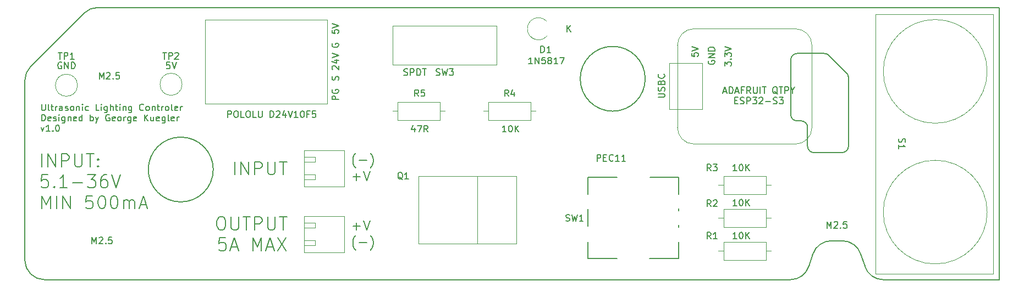
<source format=gbr>
%TF.GenerationSoftware,KiCad,Pcbnew,8.0.4*%
%TF.CreationDate,2024-09-24T16:35:55-04:00*%
%TF.ProjectId,cablight,6361626c-6967-4687-942e-6b696361645f,rev?*%
%TF.SameCoordinates,Original*%
%TF.FileFunction,Legend,Top*%
%TF.FilePolarity,Positive*%
%FSLAX46Y46*%
G04 Gerber Fmt 4.6, Leading zero omitted, Abs format (unit mm)*
G04 Created by KiCad (PCBNEW 8.0.4) date 2024-09-24 16:35:55*
%MOMM*%
%LPD*%
G01*
G04 APERTURE LIST*
%ADD10C,0.150000*%
%ADD11C,0.200000*%
%ADD12C,0.100000*%
%ADD13C,0.050000*%
%ADD14C,0.120000*%
%TA.AperFunction,Profile*%
%ADD15C,0.150000*%
%TD*%
G04 APERTURE END LIST*
D10*
X112586779Y-94899931D02*
X112586779Y-95709454D01*
X112586779Y-95709454D02*
X112634398Y-95804692D01*
X112634398Y-95804692D02*
X112682017Y-95852312D01*
X112682017Y-95852312D02*
X112777255Y-95899931D01*
X112777255Y-95899931D02*
X112967731Y-95899931D01*
X112967731Y-95899931D02*
X113062969Y-95852312D01*
X113062969Y-95852312D02*
X113110588Y-95804692D01*
X113110588Y-95804692D02*
X113158207Y-95709454D01*
X113158207Y-95709454D02*
X113158207Y-94899931D01*
X113777255Y-95899931D02*
X113682017Y-95852312D01*
X113682017Y-95852312D02*
X113634398Y-95757073D01*
X113634398Y-95757073D02*
X113634398Y-94899931D01*
X114015351Y-95233264D02*
X114396303Y-95233264D01*
X114158208Y-94899931D02*
X114158208Y-95757073D01*
X114158208Y-95757073D02*
X114205827Y-95852312D01*
X114205827Y-95852312D02*
X114301065Y-95899931D01*
X114301065Y-95899931D02*
X114396303Y-95899931D01*
X114729637Y-95899931D02*
X114729637Y-95233264D01*
X114729637Y-95423740D02*
X114777256Y-95328502D01*
X114777256Y-95328502D02*
X114824875Y-95280883D01*
X114824875Y-95280883D02*
X114920113Y-95233264D01*
X114920113Y-95233264D02*
X115015351Y-95233264D01*
X115777256Y-95899931D02*
X115777256Y-95376121D01*
X115777256Y-95376121D02*
X115729637Y-95280883D01*
X115729637Y-95280883D02*
X115634399Y-95233264D01*
X115634399Y-95233264D02*
X115443923Y-95233264D01*
X115443923Y-95233264D02*
X115348685Y-95280883D01*
X115777256Y-95852312D02*
X115682018Y-95899931D01*
X115682018Y-95899931D02*
X115443923Y-95899931D01*
X115443923Y-95899931D02*
X115348685Y-95852312D01*
X115348685Y-95852312D02*
X115301066Y-95757073D01*
X115301066Y-95757073D02*
X115301066Y-95661835D01*
X115301066Y-95661835D02*
X115348685Y-95566597D01*
X115348685Y-95566597D02*
X115443923Y-95518978D01*
X115443923Y-95518978D02*
X115682018Y-95518978D01*
X115682018Y-95518978D02*
X115777256Y-95471359D01*
X116205828Y-95852312D02*
X116301066Y-95899931D01*
X116301066Y-95899931D02*
X116491542Y-95899931D01*
X116491542Y-95899931D02*
X116586780Y-95852312D01*
X116586780Y-95852312D02*
X116634399Y-95757073D01*
X116634399Y-95757073D02*
X116634399Y-95709454D01*
X116634399Y-95709454D02*
X116586780Y-95614216D01*
X116586780Y-95614216D02*
X116491542Y-95566597D01*
X116491542Y-95566597D02*
X116348685Y-95566597D01*
X116348685Y-95566597D02*
X116253447Y-95518978D01*
X116253447Y-95518978D02*
X116205828Y-95423740D01*
X116205828Y-95423740D02*
X116205828Y-95376121D01*
X116205828Y-95376121D02*
X116253447Y-95280883D01*
X116253447Y-95280883D02*
X116348685Y-95233264D01*
X116348685Y-95233264D02*
X116491542Y-95233264D01*
X116491542Y-95233264D02*
X116586780Y-95280883D01*
X117205828Y-95899931D02*
X117110590Y-95852312D01*
X117110590Y-95852312D02*
X117062971Y-95804692D01*
X117062971Y-95804692D02*
X117015352Y-95709454D01*
X117015352Y-95709454D02*
X117015352Y-95423740D01*
X117015352Y-95423740D02*
X117062971Y-95328502D01*
X117062971Y-95328502D02*
X117110590Y-95280883D01*
X117110590Y-95280883D02*
X117205828Y-95233264D01*
X117205828Y-95233264D02*
X117348685Y-95233264D01*
X117348685Y-95233264D02*
X117443923Y-95280883D01*
X117443923Y-95280883D02*
X117491542Y-95328502D01*
X117491542Y-95328502D02*
X117539161Y-95423740D01*
X117539161Y-95423740D02*
X117539161Y-95709454D01*
X117539161Y-95709454D02*
X117491542Y-95804692D01*
X117491542Y-95804692D02*
X117443923Y-95852312D01*
X117443923Y-95852312D02*
X117348685Y-95899931D01*
X117348685Y-95899931D02*
X117205828Y-95899931D01*
X117967733Y-95233264D02*
X117967733Y-95899931D01*
X117967733Y-95328502D02*
X118015352Y-95280883D01*
X118015352Y-95280883D02*
X118110590Y-95233264D01*
X118110590Y-95233264D02*
X118253447Y-95233264D01*
X118253447Y-95233264D02*
X118348685Y-95280883D01*
X118348685Y-95280883D02*
X118396304Y-95376121D01*
X118396304Y-95376121D02*
X118396304Y-95899931D01*
X118872495Y-95899931D02*
X118872495Y-95233264D01*
X118872495Y-94899931D02*
X118824876Y-94947550D01*
X118824876Y-94947550D02*
X118872495Y-94995169D01*
X118872495Y-94995169D02*
X118920114Y-94947550D01*
X118920114Y-94947550D02*
X118872495Y-94899931D01*
X118872495Y-94899931D02*
X118872495Y-94995169D01*
X119777256Y-95852312D02*
X119682018Y-95899931D01*
X119682018Y-95899931D02*
X119491542Y-95899931D01*
X119491542Y-95899931D02*
X119396304Y-95852312D01*
X119396304Y-95852312D02*
X119348685Y-95804692D01*
X119348685Y-95804692D02*
X119301066Y-95709454D01*
X119301066Y-95709454D02*
X119301066Y-95423740D01*
X119301066Y-95423740D02*
X119348685Y-95328502D01*
X119348685Y-95328502D02*
X119396304Y-95280883D01*
X119396304Y-95280883D02*
X119491542Y-95233264D01*
X119491542Y-95233264D02*
X119682018Y-95233264D01*
X119682018Y-95233264D02*
X119777256Y-95280883D01*
X121443923Y-95899931D02*
X120967733Y-95899931D01*
X120967733Y-95899931D02*
X120967733Y-94899931D01*
X121777257Y-95899931D02*
X121777257Y-95233264D01*
X121777257Y-94899931D02*
X121729638Y-94947550D01*
X121729638Y-94947550D02*
X121777257Y-94995169D01*
X121777257Y-94995169D02*
X121824876Y-94947550D01*
X121824876Y-94947550D02*
X121777257Y-94899931D01*
X121777257Y-94899931D02*
X121777257Y-94995169D01*
X122682018Y-95233264D02*
X122682018Y-96042788D01*
X122682018Y-96042788D02*
X122634399Y-96138026D01*
X122634399Y-96138026D02*
X122586780Y-96185645D01*
X122586780Y-96185645D02*
X122491542Y-96233264D01*
X122491542Y-96233264D02*
X122348685Y-96233264D01*
X122348685Y-96233264D02*
X122253447Y-96185645D01*
X122682018Y-95852312D02*
X122586780Y-95899931D01*
X122586780Y-95899931D02*
X122396304Y-95899931D01*
X122396304Y-95899931D02*
X122301066Y-95852312D01*
X122301066Y-95852312D02*
X122253447Y-95804692D01*
X122253447Y-95804692D02*
X122205828Y-95709454D01*
X122205828Y-95709454D02*
X122205828Y-95423740D01*
X122205828Y-95423740D02*
X122253447Y-95328502D01*
X122253447Y-95328502D02*
X122301066Y-95280883D01*
X122301066Y-95280883D02*
X122396304Y-95233264D01*
X122396304Y-95233264D02*
X122586780Y-95233264D01*
X122586780Y-95233264D02*
X122682018Y-95280883D01*
X123158209Y-95899931D02*
X123158209Y-94899931D01*
X123586780Y-95899931D02*
X123586780Y-95376121D01*
X123586780Y-95376121D02*
X123539161Y-95280883D01*
X123539161Y-95280883D02*
X123443923Y-95233264D01*
X123443923Y-95233264D02*
X123301066Y-95233264D01*
X123301066Y-95233264D02*
X123205828Y-95280883D01*
X123205828Y-95280883D02*
X123158209Y-95328502D01*
X123920114Y-95233264D02*
X124301066Y-95233264D01*
X124062971Y-94899931D02*
X124062971Y-95757073D01*
X124062971Y-95757073D02*
X124110590Y-95852312D01*
X124110590Y-95852312D02*
X124205828Y-95899931D01*
X124205828Y-95899931D02*
X124301066Y-95899931D01*
X124634400Y-95899931D02*
X124634400Y-95233264D01*
X124634400Y-94899931D02*
X124586781Y-94947550D01*
X124586781Y-94947550D02*
X124634400Y-94995169D01*
X124634400Y-94995169D02*
X124682019Y-94947550D01*
X124682019Y-94947550D02*
X124634400Y-94899931D01*
X124634400Y-94899931D02*
X124634400Y-94995169D01*
X125110590Y-95233264D02*
X125110590Y-95899931D01*
X125110590Y-95328502D02*
X125158209Y-95280883D01*
X125158209Y-95280883D02*
X125253447Y-95233264D01*
X125253447Y-95233264D02*
X125396304Y-95233264D01*
X125396304Y-95233264D02*
X125491542Y-95280883D01*
X125491542Y-95280883D02*
X125539161Y-95376121D01*
X125539161Y-95376121D02*
X125539161Y-95899931D01*
X126443923Y-95233264D02*
X126443923Y-96042788D01*
X126443923Y-96042788D02*
X126396304Y-96138026D01*
X126396304Y-96138026D02*
X126348685Y-96185645D01*
X126348685Y-96185645D02*
X126253447Y-96233264D01*
X126253447Y-96233264D02*
X126110590Y-96233264D01*
X126110590Y-96233264D02*
X126015352Y-96185645D01*
X126443923Y-95852312D02*
X126348685Y-95899931D01*
X126348685Y-95899931D02*
X126158209Y-95899931D01*
X126158209Y-95899931D02*
X126062971Y-95852312D01*
X126062971Y-95852312D02*
X126015352Y-95804692D01*
X126015352Y-95804692D02*
X125967733Y-95709454D01*
X125967733Y-95709454D02*
X125967733Y-95423740D01*
X125967733Y-95423740D02*
X126015352Y-95328502D01*
X126015352Y-95328502D02*
X126062971Y-95280883D01*
X126062971Y-95280883D02*
X126158209Y-95233264D01*
X126158209Y-95233264D02*
X126348685Y-95233264D01*
X126348685Y-95233264D02*
X126443923Y-95280883D01*
X128253447Y-95804692D02*
X128205828Y-95852312D01*
X128205828Y-95852312D02*
X128062971Y-95899931D01*
X128062971Y-95899931D02*
X127967733Y-95899931D01*
X127967733Y-95899931D02*
X127824876Y-95852312D01*
X127824876Y-95852312D02*
X127729638Y-95757073D01*
X127729638Y-95757073D02*
X127682019Y-95661835D01*
X127682019Y-95661835D02*
X127634400Y-95471359D01*
X127634400Y-95471359D02*
X127634400Y-95328502D01*
X127634400Y-95328502D02*
X127682019Y-95138026D01*
X127682019Y-95138026D02*
X127729638Y-95042788D01*
X127729638Y-95042788D02*
X127824876Y-94947550D01*
X127824876Y-94947550D02*
X127967733Y-94899931D01*
X127967733Y-94899931D02*
X128062971Y-94899931D01*
X128062971Y-94899931D02*
X128205828Y-94947550D01*
X128205828Y-94947550D02*
X128253447Y-94995169D01*
X128824876Y-95899931D02*
X128729638Y-95852312D01*
X128729638Y-95852312D02*
X128682019Y-95804692D01*
X128682019Y-95804692D02*
X128634400Y-95709454D01*
X128634400Y-95709454D02*
X128634400Y-95423740D01*
X128634400Y-95423740D02*
X128682019Y-95328502D01*
X128682019Y-95328502D02*
X128729638Y-95280883D01*
X128729638Y-95280883D02*
X128824876Y-95233264D01*
X128824876Y-95233264D02*
X128967733Y-95233264D01*
X128967733Y-95233264D02*
X129062971Y-95280883D01*
X129062971Y-95280883D02*
X129110590Y-95328502D01*
X129110590Y-95328502D02*
X129158209Y-95423740D01*
X129158209Y-95423740D02*
X129158209Y-95709454D01*
X129158209Y-95709454D02*
X129110590Y-95804692D01*
X129110590Y-95804692D02*
X129062971Y-95852312D01*
X129062971Y-95852312D02*
X128967733Y-95899931D01*
X128967733Y-95899931D02*
X128824876Y-95899931D01*
X129586781Y-95233264D02*
X129586781Y-95899931D01*
X129586781Y-95328502D02*
X129634400Y-95280883D01*
X129634400Y-95280883D02*
X129729638Y-95233264D01*
X129729638Y-95233264D02*
X129872495Y-95233264D01*
X129872495Y-95233264D02*
X129967733Y-95280883D01*
X129967733Y-95280883D02*
X130015352Y-95376121D01*
X130015352Y-95376121D02*
X130015352Y-95899931D01*
X130348686Y-95233264D02*
X130729638Y-95233264D01*
X130491543Y-94899931D02*
X130491543Y-95757073D01*
X130491543Y-95757073D02*
X130539162Y-95852312D01*
X130539162Y-95852312D02*
X130634400Y-95899931D01*
X130634400Y-95899931D02*
X130729638Y-95899931D01*
X131062972Y-95899931D02*
X131062972Y-95233264D01*
X131062972Y-95423740D02*
X131110591Y-95328502D01*
X131110591Y-95328502D02*
X131158210Y-95280883D01*
X131158210Y-95280883D02*
X131253448Y-95233264D01*
X131253448Y-95233264D02*
X131348686Y-95233264D01*
X131824877Y-95899931D02*
X131729639Y-95852312D01*
X131729639Y-95852312D02*
X131682020Y-95804692D01*
X131682020Y-95804692D02*
X131634401Y-95709454D01*
X131634401Y-95709454D02*
X131634401Y-95423740D01*
X131634401Y-95423740D02*
X131682020Y-95328502D01*
X131682020Y-95328502D02*
X131729639Y-95280883D01*
X131729639Y-95280883D02*
X131824877Y-95233264D01*
X131824877Y-95233264D02*
X131967734Y-95233264D01*
X131967734Y-95233264D02*
X132062972Y-95280883D01*
X132062972Y-95280883D02*
X132110591Y-95328502D01*
X132110591Y-95328502D02*
X132158210Y-95423740D01*
X132158210Y-95423740D02*
X132158210Y-95709454D01*
X132158210Y-95709454D02*
X132110591Y-95804692D01*
X132110591Y-95804692D02*
X132062972Y-95852312D01*
X132062972Y-95852312D02*
X131967734Y-95899931D01*
X131967734Y-95899931D02*
X131824877Y-95899931D01*
X132729639Y-95899931D02*
X132634401Y-95852312D01*
X132634401Y-95852312D02*
X132586782Y-95757073D01*
X132586782Y-95757073D02*
X132586782Y-94899931D01*
X133491544Y-95852312D02*
X133396306Y-95899931D01*
X133396306Y-95899931D02*
X133205830Y-95899931D01*
X133205830Y-95899931D02*
X133110592Y-95852312D01*
X133110592Y-95852312D02*
X133062973Y-95757073D01*
X133062973Y-95757073D02*
X133062973Y-95376121D01*
X133062973Y-95376121D02*
X133110592Y-95280883D01*
X133110592Y-95280883D02*
X133205830Y-95233264D01*
X133205830Y-95233264D02*
X133396306Y-95233264D01*
X133396306Y-95233264D02*
X133491544Y-95280883D01*
X133491544Y-95280883D02*
X133539163Y-95376121D01*
X133539163Y-95376121D02*
X133539163Y-95471359D01*
X133539163Y-95471359D02*
X133062973Y-95566597D01*
X133967735Y-95899931D02*
X133967735Y-95233264D01*
X133967735Y-95423740D02*
X134015354Y-95328502D01*
X134015354Y-95328502D02*
X134062973Y-95280883D01*
X134062973Y-95280883D02*
X134158211Y-95233264D01*
X134158211Y-95233264D02*
X134253449Y-95233264D01*
X112586779Y-97509875D02*
X112586779Y-96509875D01*
X112586779Y-96509875D02*
X112824874Y-96509875D01*
X112824874Y-96509875D02*
X112967731Y-96557494D01*
X112967731Y-96557494D02*
X113062969Y-96652732D01*
X113062969Y-96652732D02*
X113110588Y-96747970D01*
X113110588Y-96747970D02*
X113158207Y-96938446D01*
X113158207Y-96938446D02*
X113158207Y-97081303D01*
X113158207Y-97081303D02*
X113110588Y-97271779D01*
X113110588Y-97271779D02*
X113062969Y-97367017D01*
X113062969Y-97367017D02*
X112967731Y-97462256D01*
X112967731Y-97462256D02*
X112824874Y-97509875D01*
X112824874Y-97509875D02*
X112586779Y-97509875D01*
X113967731Y-97462256D02*
X113872493Y-97509875D01*
X113872493Y-97509875D02*
X113682017Y-97509875D01*
X113682017Y-97509875D02*
X113586779Y-97462256D01*
X113586779Y-97462256D02*
X113539160Y-97367017D01*
X113539160Y-97367017D02*
X113539160Y-96986065D01*
X113539160Y-96986065D02*
X113586779Y-96890827D01*
X113586779Y-96890827D02*
X113682017Y-96843208D01*
X113682017Y-96843208D02*
X113872493Y-96843208D01*
X113872493Y-96843208D02*
X113967731Y-96890827D01*
X113967731Y-96890827D02*
X114015350Y-96986065D01*
X114015350Y-96986065D02*
X114015350Y-97081303D01*
X114015350Y-97081303D02*
X113539160Y-97176541D01*
X114396303Y-97462256D02*
X114491541Y-97509875D01*
X114491541Y-97509875D02*
X114682017Y-97509875D01*
X114682017Y-97509875D02*
X114777255Y-97462256D01*
X114777255Y-97462256D02*
X114824874Y-97367017D01*
X114824874Y-97367017D02*
X114824874Y-97319398D01*
X114824874Y-97319398D02*
X114777255Y-97224160D01*
X114777255Y-97224160D02*
X114682017Y-97176541D01*
X114682017Y-97176541D02*
X114539160Y-97176541D01*
X114539160Y-97176541D02*
X114443922Y-97128922D01*
X114443922Y-97128922D02*
X114396303Y-97033684D01*
X114396303Y-97033684D02*
X114396303Y-96986065D01*
X114396303Y-96986065D02*
X114443922Y-96890827D01*
X114443922Y-96890827D02*
X114539160Y-96843208D01*
X114539160Y-96843208D02*
X114682017Y-96843208D01*
X114682017Y-96843208D02*
X114777255Y-96890827D01*
X115253446Y-97509875D02*
X115253446Y-96843208D01*
X115253446Y-96509875D02*
X115205827Y-96557494D01*
X115205827Y-96557494D02*
X115253446Y-96605113D01*
X115253446Y-96605113D02*
X115301065Y-96557494D01*
X115301065Y-96557494D02*
X115253446Y-96509875D01*
X115253446Y-96509875D02*
X115253446Y-96605113D01*
X116158207Y-96843208D02*
X116158207Y-97652732D01*
X116158207Y-97652732D02*
X116110588Y-97747970D01*
X116110588Y-97747970D02*
X116062969Y-97795589D01*
X116062969Y-97795589D02*
X115967731Y-97843208D01*
X115967731Y-97843208D02*
X115824874Y-97843208D01*
X115824874Y-97843208D02*
X115729636Y-97795589D01*
X116158207Y-97462256D02*
X116062969Y-97509875D01*
X116062969Y-97509875D02*
X115872493Y-97509875D01*
X115872493Y-97509875D02*
X115777255Y-97462256D01*
X115777255Y-97462256D02*
X115729636Y-97414636D01*
X115729636Y-97414636D02*
X115682017Y-97319398D01*
X115682017Y-97319398D02*
X115682017Y-97033684D01*
X115682017Y-97033684D02*
X115729636Y-96938446D01*
X115729636Y-96938446D02*
X115777255Y-96890827D01*
X115777255Y-96890827D02*
X115872493Y-96843208D01*
X115872493Y-96843208D02*
X116062969Y-96843208D01*
X116062969Y-96843208D02*
X116158207Y-96890827D01*
X116634398Y-96843208D02*
X116634398Y-97509875D01*
X116634398Y-96938446D02*
X116682017Y-96890827D01*
X116682017Y-96890827D02*
X116777255Y-96843208D01*
X116777255Y-96843208D02*
X116920112Y-96843208D01*
X116920112Y-96843208D02*
X117015350Y-96890827D01*
X117015350Y-96890827D02*
X117062969Y-96986065D01*
X117062969Y-96986065D02*
X117062969Y-97509875D01*
X117920112Y-97462256D02*
X117824874Y-97509875D01*
X117824874Y-97509875D02*
X117634398Y-97509875D01*
X117634398Y-97509875D02*
X117539160Y-97462256D01*
X117539160Y-97462256D02*
X117491541Y-97367017D01*
X117491541Y-97367017D02*
X117491541Y-96986065D01*
X117491541Y-96986065D02*
X117539160Y-96890827D01*
X117539160Y-96890827D02*
X117634398Y-96843208D01*
X117634398Y-96843208D02*
X117824874Y-96843208D01*
X117824874Y-96843208D02*
X117920112Y-96890827D01*
X117920112Y-96890827D02*
X117967731Y-96986065D01*
X117967731Y-96986065D02*
X117967731Y-97081303D01*
X117967731Y-97081303D02*
X117491541Y-97176541D01*
X118824874Y-97509875D02*
X118824874Y-96509875D01*
X118824874Y-97462256D02*
X118729636Y-97509875D01*
X118729636Y-97509875D02*
X118539160Y-97509875D01*
X118539160Y-97509875D02*
X118443922Y-97462256D01*
X118443922Y-97462256D02*
X118396303Y-97414636D01*
X118396303Y-97414636D02*
X118348684Y-97319398D01*
X118348684Y-97319398D02*
X118348684Y-97033684D01*
X118348684Y-97033684D02*
X118396303Y-96938446D01*
X118396303Y-96938446D02*
X118443922Y-96890827D01*
X118443922Y-96890827D02*
X118539160Y-96843208D01*
X118539160Y-96843208D02*
X118729636Y-96843208D01*
X118729636Y-96843208D02*
X118824874Y-96890827D01*
X120062970Y-97509875D02*
X120062970Y-96509875D01*
X120062970Y-96890827D02*
X120158208Y-96843208D01*
X120158208Y-96843208D02*
X120348684Y-96843208D01*
X120348684Y-96843208D02*
X120443922Y-96890827D01*
X120443922Y-96890827D02*
X120491541Y-96938446D01*
X120491541Y-96938446D02*
X120539160Y-97033684D01*
X120539160Y-97033684D02*
X120539160Y-97319398D01*
X120539160Y-97319398D02*
X120491541Y-97414636D01*
X120491541Y-97414636D02*
X120443922Y-97462256D01*
X120443922Y-97462256D02*
X120348684Y-97509875D01*
X120348684Y-97509875D02*
X120158208Y-97509875D01*
X120158208Y-97509875D02*
X120062970Y-97462256D01*
X120872494Y-96843208D02*
X121110589Y-97509875D01*
X121348684Y-96843208D02*
X121110589Y-97509875D01*
X121110589Y-97509875D02*
X121015351Y-97747970D01*
X121015351Y-97747970D02*
X120967732Y-97795589D01*
X120967732Y-97795589D02*
X120872494Y-97843208D01*
X123015351Y-96557494D02*
X122920113Y-96509875D01*
X122920113Y-96509875D02*
X122777256Y-96509875D01*
X122777256Y-96509875D02*
X122634399Y-96557494D01*
X122634399Y-96557494D02*
X122539161Y-96652732D01*
X122539161Y-96652732D02*
X122491542Y-96747970D01*
X122491542Y-96747970D02*
X122443923Y-96938446D01*
X122443923Y-96938446D02*
X122443923Y-97081303D01*
X122443923Y-97081303D02*
X122491542Y-97271779D01*
X122491542Y-97271779D02*
X122539161Y-97367017D01*
X122539161Y-97367017D02*
X122634399Y-97462256D01*
X122634399Y-97462256D02*
X122777256Y-97509875D01*
X122777256Y-97509875D02*
X122872494Y-97509875D01*
X122872494Y-97509875D02*
X123015351Y-97462256D01*
X123015351Y-97462256D02*
X123062970Y-97414636D01*
X123062970Y-97414636D02*
X123062970Y-97081303D01*
X123062970Y-97081303D02*
X122872494Y-97081303D01*
X123872494Y-97462256D02*
X123777256Y-97509875D01*
X123777256Y-97509875D02*
X123586780Y-97509875D01*
X123586780Y-97509875D02*
X123491542Y-97462256D01*
X123491542Y-97462256D02*
X123443923Y-97367017D01*
X123443923Y-97367017D02*
X123443923Y-96986065D01*
X123443923Y-96986065D02*
X123491542Y-96890827D01*
X123491542Y-96890827D02*
X123586780Y-96843208D01*
X123586780Y-96843208D02*
X123777256Y-96843208D01*
X123777256Y-96843208D02*
X123872494Y-96890827D01*
X123872494Y-96890827D02*
X123920113Y-96986065D01*
X123920113Y-96986065D02*
X123920113Y-97081303D01*
X123920113Y-97081303D02*
X123443923Y-97176541D01*
X124491542Y-97509875D02*
X124396304Y-97462256D01*
X124396304Y-97462256D02*
X124348685Y-97414636D01*
X124348685Y-97414636D02*
X124301066Y-97319398D01*
X124301066Y-97319398D02*
X124301066Y-97033684D01*
X124301066Y-97033684D02*
X124348685Y-96938446D01*
X124348685Y-96938446D02*
X124396304Y-96890827D01*
X124396304Y-96890827D02*
X124491542Y-96843208D01*
X124491542Y-96843208D02*
X124634399Y-96843208D01*
X124634399Y-96843208D02*
X124729637Y-96890827D01*
X124729637Y-96890827D02*
X124777256Y-96938446D01*
X124777256Y-96938446D02*
X124824875Y-97033684D01*
X124824875Y-97033684D02*
X124824875Y-97319398D01*
X124824875Y-97319398D02*
X124777256Y-97414636D01*
X124777256Y-97414636D02*
X124729637Y-97462256D01*
X124729637Y-97462256D02*
X124634399Y-97509875D01*
X124634399Y-97509875D02*
X124491542Y-97509875D01*
X125253447Y-97509875D02*
X125253447Y-96843208D01*
X125253447Y-97033684D02*
X125301066Y-96938446D01*
X125301066Y-96938446D02*
X125348685Y-96890827D01*
X125348685Y-96890827D02*
X125443923Y-96843208D01*
X125443923Y-96843208D02*
X125539161Y-96843208D01*
X126301066Y-96843208D02*
X126301066Y-97652732D01*
X126301066Y-97652732D02*
X126253447Y-97747970D01*
X126253447Y-97747970D02*
X126205828Y-97795589D01*
X126205828Y-97795589D02*
X126110590Y-97843208D01*
X126110590Y-97843208D02*
X125967733Y-97843208D01*
X125967733Y-97843208D02*
X125872495Y-97795589D01*
X126301066Y-97462256D02*
X126205828Y-97509875D01*
X126205828Y-97509875D02*
X126015352Y-97509875D01*
X126015352Y-97509875D02*
X125920114Y-97462256D01*
X125920114Y-97462256D02*
X125872495Y-97414636D01*
X125872495Y-97414636D02*
X125824876Y-97319398D01*
X125824876Y-97319398D02*
X125824876Y-97033684D01*
X125824876Y-97033684D02*
X125872495Y-96938446D01*
X125872495Y-96938446D02*
X125920114Y-96890827D01*
X125920114Y-96890827D02*
X126015352Y-96843208D01*
X126015352Y-96843208D02*
X126205828Y-96843208D01*
X126205828Y-96843208D02*
X126301066Y-96890827D01*
X127158209Y-97462256D02*
X127062971Y-97509875D01*
X127062971Y-97509875D02*
X126872495Y-97509875D01*
X126872495Y-97509875D02*
X126777257Y-97462256D01*
X126777257Y-97462256D02*
X126729638Y-97367017D01*
X126729638Y-97367017D02*
X126729638Y-96986065D01*
X126729638Y-96986065D02*
X126777257Y-96890827D01*
X126777257Y-96890827D02*
X126872495Y-96843208D01*
X126872495Y-96843208D02*
X127062971Y-96843208D01*
X127062971Y-96843208D02*
X127158209Y-96890827D01*
X127158209Y-96890827D02*
X127205828Y-96986065D01*
X127205828Y-96986065D02*
X127205828Y-97081303D01*
X127205828Y-97081303D02*
X126729638Y-97176541D01*
X128396305Y-97509875D02*
X128396305Y-96509875D01*
X128967733Y-97509875D02*
X128539162Y-96938446D01*
X128967733Y-96509875D02*
X128396305Y-97081303D01*
X129824876Y-96843208D02*
X129824876Y-97509875D01*
X129396305Y-96843208D02*
X129396305Y-97367017D01*
X129396305Y-97367017D02*
X129443924Y-97462256D01*
X129443924Y-97462256D02*
X129539162Y-97509875D01*
X129539162Y-97509875D02*
X129682019Y-97509875D01*
X129682019Y-97509875D02*
X129777257Y-97462256D01*
X129777257Y-97462256D02*
X129824876Y-97414636D01*
X130682019Y-97462256D02*
X130586781Y-97509875D01*
X130586781Y-97509875D02*
X130396305Y-97509875D01*
X130396305Y-97509875D02*
X130301067Y-97462256D01*
X130301067Y-97462256D02*
X130253448Y-97367017D01*
X130253448Y-97367017D02*
X130253448Y-96986065D01*
X130253448Y-96986065D02*
X130301067Y-96890827D01*
X130301067Y-96890827D02*
X130396305Y-96843208D01*
X130396305Y-96843208D02*
X130586781Y-96843208D01*
X130586781Y-96843208D02*
X130682019Y-96890827D01*
X130682019Y-96890827D02*
X130729638Y-96986065D01*
X130729638Y-96986065D02*
X130729638Y-97081303D01*
X130729638Y-97081303D02*
X130253448Y-97176541D01*
X131586781Y-96843208D02*
X131586781Y-97652732D01*
X131586781Y-97652732D02*
X131539162Y-97747970D01*
X131539162Y-97747970D02*
X131491543Y-97795589D01*
X131491543Y-97795589D02*
X131396305Y-97843208D01*
X131396305Y-97843208D02*
X131253448Y-97843208D01*
X131253448Y-97843208D02*
X131158210Y-97795589D01*
X131586781Y-97462256D02*
X131491543Y-97509875D01*
X131491543Y-97509875D02*
X131301067Y-97509875D01*
X131301067Y-97509875D02*
X131205829Y-97462256D01*
X131205829Y-97462256D02*
X131158210Y-97414636D01*
X131158210Y-97414636D02*
X131110591Y-97319398D01*
X131110591Y-97319398D02*
X131110591Y-97033684D01*
X131110591Y-97033684D02*
X131158210Y-96938446D01*
X131158210Y-96938446D02*
X131205829Y-96890827D01*
X131205829Y-96890827D02*
X131301067Y-96843208D01*
X131301067Y-96843208D02*
X131491543Y-96843208D01*
X131491543Y-96843208D02*
X131586781Y-96890827D01*
X132205829Y-97509875D02*
X132110591Y-97462256D01*
X132110591Y-97462256D02*
X132062972Y-97367017D01*
X132062972Y-97367017D02*
X132062972Y-96509875D01*
X132967734Y-97462256D02*
X132872496Y-97509875D01*
X132872496Y-97509875D02*
X132682020Y-97509875D01*
X132682020Y-97509875D02*
X132586782Y-97462256D01*
X132586782Y-97462256D02*
X132539163Y-97367017D01*
X132539163Y-97367017D02*
X132539163Y-96986065D01*
X132539163Y-96986065D02*
X132586782Y-96890827D01*
X132586782Y-96890827D02*
X132682020Y-96843208D01*
X132682020Y-96843208D02*
X132872496Y-96843208D01*
X132872496Y-96843208D02*
X132967734Y-96890827D01*
X132967734Y-96890827D02*
X133015353Y-96986065D01*
X133015353Y-96986065D02*
X133015353Y-97081303D01*
X133015353Y-97081303D02*
X132539163Y-97176541D01*
X133443925Y-97509875D02*
X133443925Y-96843208D01*
X133443925Y-97033684D02*
X133491544Y-96938446D01*
X133491544Y-96938446D02*
X133539163Y-96890827D01*
X133539163Y-96890827D02*
X133634401Y-96843208D01*
X133634401Y-96843208D02*
X133729639Y-96843208D01*
X112491541Y-98453152D02*
X112729636Y-99119819D01*
X112729636Y-99119819D02*
X112967731Y-98453152D01*
X113872493Y-99119819D02*
X113301065Y-99119819D01*
X113586779Y-99119819D02*
X113586779Y-98119819D01*
X113586779Y-98119819D02*
X113491541Y-98262676D01*
X113491541Y-98262676D02*
X113396303Y-98357914D01*
X113396303Y-98357914D02*
X113301065Y-98405533D01*
X114301065Y-99024580D02*
X114348684Y-99072200D01*
X114348684Y-99072200D02*
X114301065Y-99119819D01*
X114301065Y-99119819D02*
X114253446Y-99072200D01*
X114253446Y-99072200D02*
X114301065Y-99024580D01*
X114301065Y-99024580D02*
X114301065Y-99119819D01*
X114967731Y-98119819D02*
X115062969Y-98119819D01*
X115062969Y-98119819D02*
X115158207Y-98167438D01*
X115158207Y-98167438D02*
X115205826Y-98215057D01*
X115205826Y-98215057D02*
X115253445Y-98310295D01*
X115253445Y-98310295D02*
X115301064Y-98500771D01*
X115301064Y-98500771D02*
X115301064Y-98738866D01*
X115301064Y-98738866D02*
X115253445Y-98929342D01*
X115253445Y-98929342D02*
X115205826Y-99024580D01*
X115205826Y-99024580D02*
X115158207Y-99072200D01*
X115158207Y-99072200D02*
X115062969Y-99119819D01*
X115062969Y-99119819D02*
X114967731Y-99119819D01*
X114967731Y-99119819D02*
X114872493Y-99072200D01*
X114872493Y-99072200D02*
X114824874Y-99024580D01*
X114824874Y-99024580D02*
X114777255Y-98929342D01*
X114777255Y-98929342D02*
X114729636Y-98738866D01*
X114729636Y-98738866D02*
X114729636Y-98500771D01*
X114729636Y-98500771D02*
X114777255Y-98310295D01*
X114777255Y-98310295D02*
X114824874Y-98215057D01*
X114824874Y-98215057D02*
X114872493Y-98167438D01*
X114872493Y-98167438D02*
X114967731Y-98119819D01*
D11*
X112607768Y-104594950D02*
X112607768Y-102594950D01*
X113560149Y-104594950D02*
X113560149Y-102594950D01*
X113560149Y-102594950D02*
X114703006Y-104594950D01*
X114703006Y-104594950D02*
X114703006Y-102594950D01*
X115655387Y-104594950D02*
X115655387Y-102594950D01*
X115655387Y-102594950D02*
X116417292Y-102594950D01*
X116417292Y-102594950D02*
X116607768Y-102690188D01*
X116607768Y-102690188D02*
X116703006Y-102785426D01*
X116703006Y-102785426D02*
X116798244Y-102975902D01*
X116798244Y-102975902D02*
X116798244Y-103261616D01*
X116798244Y-103261616D02*
X116703006Y-103452092D01*
X116703006Y-103452092D02*
X116607768Y-103547331D01*
X116607768Y-103547331D02*
X116417292Y-103642569D01*
X116417292Y-103642569D02*
X115655387Y-103642569D01*
X117655387Y-102594950D02*
X117655387Y-104213997D01*
X117655387Y-104213997D02*
X117750625Y-104404473D01*
X117750625Y-104404473D02*
X117845863Y-104499712D01*
X117845863Y-104499712D02*
X118036339Y-104594950D01*
X118036339Y-104594950D02*
X118417292Y-104594950D01*
X118417292Y-104594950D02*
X118607768Y-104499712D01*
X118607768Y-104499712D02*
X118703006Y-104404473D01*
X118703006Y-104404473D02*
X118798244Y-104213997D01*
X118798244Y-104213997D02*
X118798244Y-102594950D01*
X119464911Y-102594950D02*
X120607768Y-102594950D01*
X120036339Y-104594950D02*
X120036339Y-102594950D01*
X121274435Y-104404473D02*
X121369673Y-104499712D01*
X121369673Y-104499712D02*
X121274435Y-104594950D01*
X121274435Y-104594950D02*
X121179197Y-104499712D01*
X121179197Y-104499712D02*
X121274435Y-104404473D01*
X121274435Y-104404473D02*
X121274435Y-104594950D01*
X121274435Y-103356854D02*
X121369673Y-103452092D01*
X121369673Y-103452092D02*
X121274435Y-103547331D01*
X121274435Y-103547331D02*
X121179197Y-103452092D01*
X121179197Y-103452092D02*
X121274435Y-103356854D01*
X121274435Y-103356854D02*
X121274435Y-103547331D01*
X113560149Y-105814838D02*
X112607768Y-105814838D01*
X112607768Y-105814838D02*
X112512530Y-106767219D01*
X112512530Y-106767219D02*
X112607768Y-106671980D01*
X112607768Y-106671980D02*
X112798244Y-106576742D01*
X112798244Y-106576742D02*
X113274435Y-106576742D01*
X113274435Y-106576742D02*
X113464911Y-106671980D01*
X113464911Y-106671980D02*
X113560149Y-106767219D01*
X113560149Y-106767219D02*
X113655387Y-106957695D01*
X113655387Y-106957695D02*
X113655387Y-107433885D01*
X113655387Y-107433885D02*
X113560149Y-107624361D01*
X113560149Y-107624361D02*
X113464911Y-107719600D01*
X113464911Y-107719600D02*
X113274435Y-107814838D01*
X113274435Y-107814838D02*
X112798244Y-107814838D01*
X112798244Y-107814838D02*
X112607768Y-107719600D01*
X112607768Y-107719600D02*
X112512530Y-107624361D01*
X114512530Y-107624361D02*
X114607768Y-107719600D01*
X114607768Y-107719600D02*
X114512530Y-107814838D01*
X114512530Y-107814838D02*
X114417292Y-107719600D01*
X114417292Y-107719600D02*
X114512530Y-107624361D01*
X114512530Y-107624361D02*
X114512530Y-107814838D01*
X116512530Y-107814838D02*
X115369673Y-107814838D01*
X115941101Y-107814838D02*
X115941101Y-105814838D01*
X115941101Y-105814838D02*
X115750625Y-106100552D01*
X115750625Y-106100552D02*
X115560149Y-106291028D01*
X115560149Y-106291028D02*
X115369673Y-106386266D01*
X117369673Y-107052933D02*
X118893483Y-107052933D01*
X119655387Y-105814838D02*
X120893482Y-105814838D01*
X120893482Y-105814838D02*
X120226815Y-106576742D01*
X120226815Y-106576742D02*
X120512530Y-106576742D01*
X120512530Y-106576742D02*
X120703006Y-106671980D01*
X120703006Y-106671980D02*
X120798244Y-106767219D01*
X120798244Y-106767219D02*
X120893482Y-106957695D01*
X120893482Y-106957695D02*
X120893482Y-107433885D01*
X120893482Y-107433885D02*
X120798244Y-107624361D01*
X120798244Y-107624361D02*
X120703006Y-107719600D01*
X120703006Y-107719600D02*
X120512530Y-107814838D01*
X120512530Y-107814838D02*
X119941101Y-107814838D01*
X119941101Y-107814838D02*
X119750625Y-107719600D01*
X119750625Y-107719600D02*
X119655387Y-107624361D01*
X122607768Y-105814838D02*
X122226815Y-105814838D01*
X122226815Y-105814838D02*
X122036339Y-105910076D01*
X122036339Y-105910076D02*
X121941101Y-106005314D01*
X121941101Y-106005314D02*
X121750625Y-106291028D01*
X121750625Y-106291028D02*
X121655387Y-106671980D01*
X121655387Y-106671980D02*
X121655387Y-107433885D01*
X121655387Y-107433885D02*
X121750625Y-107624361D01*
X121750625Y-107624361D02*
X121845863Y-107719600D01*
X121845863Y-107719600D02*
X122036339Y-107814838D01*
X122036339Y-107814838D02*
X122417292Y-107814838D01*
X122417292Y-107814838D02*
X122607768Y-107719600D01*
X122607768Y-107719600D02*
X122703006Y-107624361D01*
X122703006Y-107624361D02*
X122798244Y-107433885D01*
X122798244Y-107433885D02*
X122798244Y-106957695D01*
X122798244Y-106957695D02*
X122703006Y-106767219D01*
X122703006Y-106767219D02*
X122607768Y-106671980D01*
X122607768Y-106671980D02*
X122417292Y-106576742D01*
X122417292Y-106576742D02*
X122036339Y-106576742D01*
X122036339Y-106576742D02*
X121845863Y-106671980D01*
X121845863Y-106671980D02*
X121750625Y-106767219D01*
X121750625Y-106767219D02*
X121655387Y-106957695D01*
X123369673Y-105814838D02*
X124036339Y-107814838D01*
X124036339Y-107814838D02*
X124703006Y-105814838D01*
X112607768Y-111034726D02*
X112607768Y-109034726D01*
X112607768Y-109034726D02*
X113274435Y-110463297D01*
X113274435Y-110463297D02*
X113941101Y-109034726D01*
X113941101Y-109034726D02*
X113941101Y-111034726D01*
X114893482Y-111034726D02*
X114893482Y-109034726D01*
X115845863Y-111034726D02*
X115845863Y-109034726D01*
X115845863Y-109034726D02*
X116988720Y-111034726D01*
X116988720Y-111034726D02*
X116988720Y-109034726D01*
X120417292Y-109034726D02*
X119464911Y-109034726D01*
X119464911Y-109034726D02*
X119369673Y-109987107D01*
X119369673Y-109987107D02*
X119464911Y-109891868D01*
X119464911Y-109891868D02*
X119655387Y-109796630D01*
X119655387Y-109796630D02*
X120131578Y-109796630D01*
X120131578Y-109796630D02*
X120322054Y-109891868D01*
X120322054Y-109891868D02*
X120417292Y-109987107D01*
X120417292Y-109987107D02*
X120512530Y-110177583D01*
X120512530Y-110177583D02*
X120512530Y-110653773D01*
X120512530Y-110653773D02*
X120417292Y-110844249D01*
X120417292Y-110844249D02*
X120322054Y-110939488D01*
X120322054Y-110939488D02*
X120131578Y-111034726D01*
X120131578Y-111034726D02*
X119655387Y-111034726D01*
X119655387Y-111034726D02*
X119464911Y-110939488D01*
X119464911Y-110939488D02*
X119369673Y-110844249D01*
X121750625Y-109034726D02*
X121941102Y-109034726D01*
X121941102Y-109034726D02*
X122131578Y-109129964D01*
X122131578Y-109129964D02*
X122226816Y-109225202D01*
X122226816Y-109225202D02*
X122322054Y-109415678D01*
X122322054Y-109415678D02*
X122417292Y-109796630D01*
X122417292Y-109796630D02*
X122417292Y-110272821D01*
X122417292Y-110272821D02*
X122322054Y-110653773D01*
X122322054Y-110653773D02*
X122226816Y-110844249D01*
X122226816Y-110844249D02*
X122131578Y-110939488D01*
X122131578Y-110939488D02*
X121941102Y-111034726D01*
X121941102Y-111034726D02*
X121750625Y-111034726D01*
X121750625Y-111034726D02*
X121560149Y-110939488D01*
X121560149Y-110939488D02*
X121464911Y-110844249D01*
X121464911Y-110844249D02*
X121369673Y-110653773D01*
X121369673Y-110653773D02*
X121274435Y-110272821D01*
X121274435Y-110272821D02*
X121274435Y-109796630D01*
X121274435Y-109796630D02*
X121369673Y-109415678D01*
X121369673Y-109415678D02*
X121464911Y-109225202D01*
X121464911Y-109225202D02*
X121560149Y-109129964D01*
X121560149Y-109129964D02*
X121750625Y-109034726D01*
X123655387Y-109034726D02*
X123845864Y-109034726D01*
X123845864Y-109034726D02*
X124036340Y-109129964D01*
X124036340Y-109129964D02*
X124131578Y-109225202D01*
X124131578Y-109225202D02*
X124226816Y-109415678D01*
X124226816Y-109415678D02*
X124322054Y-109796630D01*
X124322054Y-109796630D02*
X124322054Y-110272821D01*
X124322054Y-110272821D02*
X124226816Y-110653773D01*
X124226816Y-110653773D02*
X124131578Y-110844249D01*
X124131578Y-110844249D02*
X124036340Y-110939488D01*
X124036340Y-110939488D02*
X123845864Y-111034726D01*
X123845864Y-111034726D02*
X123655387Y-111034726D01*
X123655387Y-111034726D02*
X123464911Y-110939488D01*
X123464911Y-110939488D02*
X123369673Y-110844249D01*
X123369673Y-110844249D02*
X123274435Y-110653773D01*
X123274435Y-110653773D02*
X123179197Y-110272821D01*
X123179197Y-110272821D02*
X123179197Y-109796630D01*
X123179197Y-109796630D02*
X123274435Y-109415678D01*
X123274435Y-109415678D02*
X123369673Y-109225202D01*
X123369673Y-109225202D02*
X123464911Y-109129964D01*
X123464911Y-109129964D02*
X123655387Y-109034726D01*
X125179197Y-111034726D02*
X125179197Y-109701392D01*
X125179197Y-109891868D02*
X125274435Y-109796630D01*
X125274435Y-109796630D02*
X125464911Y-109701392D01*
X125464911Y-109701392D02*
X125750626Y-109701392D01*
X125750626Y-109701392D02*
X125941102Y-109796630D01*
X125941102Y-109796630D02*
X126036340Y-109987107D01*
X126036340Y-109987107D02*
X126036340Y-111034726D01*
X126036340Y-109987107D02*
X126131578Y-109796630D01*
X126131578Y-109796630D02*
X126322054Y-109701392D01*
X126322054Y-109701392D02*
X126607768Y-109701392D01*
X126607768Y-109701392D02*
X126798245Y-109796630D01*
X126798245Y-109796630D02*
X126893483Y-109987107D01*
X126893483Y-109987107D02*
X126893483Y-111034726D01*
X127750626Y-110463297D02*
X128703007Y-110463297D01*
X127560150Y-111034726D02*
X128226816Y-109034726D01*
X128226816Y-109034726D02*
X128893483Y-111034726D01*
X142329945Y-105794838D02*
X142329945Y-103794838D01*
X143282326Y-105794838D02*
X143282326Y-103794838D01*
X143282326Y-103794838D02*
X144425183Y-105794838D01*
X144425183Y-105794838D02*
X144425183Y-103794838D01*
X145377564Y-105794838D02*
X145377564Y-103794838D01*
X145377564Y-103794838D02*
X146139469Y-103794838D01*
X146139469Y-103794838D02*
X146329945Y-103890076D01*
X146329945Y-103890076D02*
X146425183Y-103985314D01*
X146425183Y-103985314D02*
X146520421Y-104175790D01*
X146520421Y-104175790D02*
X146520421Y-104461504D01*
X146520421Y-104461504D02*
X146425183Y-104651980D01*
X146425183Y-104651980D02*
X146329945Y-104747219D01*
X146329945Y-104747219D02*
X146139469Y-104842457D01*
X146139469Y-104842457D02*
X145377564Y-104842457D01*
X147377564Y-103794838D02*
X147377564Y-105413885D01*
X147377564Y-105413885D02*
X147472802Y-105604361D01*
X147472802Y-105604361D02*
X147568040Y-105699600D01*
X147568040Y-105699600D02*
X147758516Y-105794838D01*
X147758516Y-105794838D02*
X148139469Y-105794838D01*
X148139469Y-105794838D02*
X148329945Y-105699600D01*
X148329945Y-105699600D02*
X148425183Y-105604361D01*
X148425183Y-105604361D02*
X148520421Y-105413885D01*
X148520421Y-105413885D02*
X148520421Y-103794838D01*
X149187088Y-103794838D02*
X150329945Y-103794838D01*
X149758516Y-105794838D02*
X149758516Y-103794838D01*
D10*
X217547619Y-92974160D02*
X218023809Y-92974160D01*
X217452381Y-93259875D02*
X217785714Y-92259875D01*
X217785714Y-92259875D02*
X218119047Y-93259875D01*
X218452381Y-93259875D02*
X218452381Y-92259875D01*
X218452381Y-92259875D02*
X218690476Y-92259875D01*
X218690476Y-92259875D02*
X218833333Y-92307494D01*
X218833333Y-92307494D02*
X218928571Y-92402732D01*
X218928571Y-92402732D02*
X218976190Y-92497970D01*
X218976190Y-92497970D02*
X219023809Y-92688446D01*
X219023809Y-92688446D02*
X219023809Y-92831303D01*
X219023809Y-92831303D02*
X218976190Y-93021779D01*
X218976190Y-93021779D02*
X218928571Y-93117017D01*
X218928571Y-93117017D02*
X218833333Y-93212256D01*
X218833333Y-93212256D02*
X218690476Y-93259875D01*
X218690476Y-93259875D02*
X218452381Y-93259875D01*
X219404762Y-92974160D02*
X219880952Y-92974160D01*
X219309524Y-93259875D02*
X219642857Y-92259875D01*
X219642857Y-92259875D02*
X219976190Y-93259875D01*
X220642857Y-92736065D02*
X220309524Y-92736065D01*
X220309524Y-93259875D02*
X220309524Y-92259875D01*
X220309524Y-92259875D02*
X220785714Y-92259875D01*
X221738095Y-93259875D02*
X221404762Y-92783684D01*
X221166667Y-93259875D02*
X221166667Y-92259875D01*
X221166667Y-92259875D02*
X221547619Y-92259875D01*
X221547619Y-92259875D02*
X221642857Y-92307494D01*
X221642857Y-92307494D02*
X221690476Y-92355113D01*
X221690476Y-92355113D02*
X221738095Y-92450351D01*
X221738095Y-92450351D02*
X221738095Y-92593208D01*
X221738095Y-92593208D02*
X221690476Y-92688446D01*
X221690476Y-92688446D02*
X221642857Y-92736065D01*
X221642857Y-92736065D02*
X221547619Y-92783684D01*
X221547619Y-92783684D02*
X221166667Y-92783684D01*
X222166667Y-92259875D02*
X222166667Y-93069398D01*
X222166667Y-93069398D02*
X222214286Y-93164636D01*
X222214286Y-93164636D02*
X222261905Y-93212256D01*
X222261905Y-93212256D02*
X222357143Y-93259875D01*
X222357143Y-93259875D02*
X222547619Y-93259875D01*
X222547619Y-93259875D02*
X222642857Y-93212256D01*
X222642857Y-93212256D02*
X222690476Y-93164636D01*
X222690476Y-93164636D02*
X222738095Y-93069398D01*
X222738095Y-93069398D02*
X222738095Y-92259875D01*
X223214286Y-93259875D02*
X223214286Y-92259875D01*
X223547619Y-92259875D02*
X224119047Y-92259875D01*
X223833333Y-93259875D02*
X223833333Y-92259875D01*
X225880952Y-93355113D02*
X225785714Y-93307494D01*
X225785714Y-93307494D02*
X225690476Y-93212256D01*
X225690476Y-93212256D02*
X225547619Y-93069398D01*
X225547619Y-93069398D02*
X225452381Y-93021779D01*
X225452381Y-93021779D02*
X225357143Y-93021779D01*
X225404762Y-93259875D02*
X225309524Y-93212256D01*
X225309524Y-93212256D02*
X225214286Y-93117017D01*
X225214286Y-93117017D02*
X225166667Y-92926541D01*
X225166667Y-92926541D02*
X225166667Y-92593208D01*
X225166667Y-92593208D02*
X225214286Y-92402732D01*
X225214286Y-92402732D02*
X225309524Y-92307494D01*
X225309524Y-92307494D02*
X225404762Y-92259875D01*
X225404762Y-92259875D02*
X225595238Y-92259875D01*
X225595238Y-92259875D02*
X225690476Y-92307494D01*
X225690476Y-92307494D02*
X225785714Y-92402732D01*
X225785714Y-92402732D02*
X225833333Y-92593208D01*
X225833333Y-92593208D02*
X225833333Y-92926541D01*
X225833333Y-92926541D02*
X225785714Y-93117017D01*
X225785714Y-93117017D02*
X225690476Y-93212256D01*
X225690476Y-93212256D02*
X225595238Y-93259875D01*
X225595238Y-93259875D02*
X225404762Y-93259875D01*
X226119048Y-92259875D02*
X226690476Y-92259875D01*
X226404762Y-93259875D02*
X226404762Y-92259875D01*
X227023810Y-93259875D02*
X227023810Y-92259875D01*
X227023810Y-92259875D02*
X227404762Y-92259875D01*
X227404762Y-92259875D02*
X227500000Y-92307494D01*
X227500000Y-92307494D02*
X227547619Y-92355113D01*
X227547619Y-92355113D02*
X227595238Y-92450351D01*
X227595238Y-92450351D02*
X227595238Y-92593208D01*
X227595238Y-92593208D02*
X227547619Y-92688446D01*
X227547619Y-92688446D02*
X227500000Y-92736065D01*
X227500000Y-92736065D02*
X227404762Y-92783684D01*
X227404762Y-92783684D02*
X227023810Y-92783684D01*
X228214286Y-92783684D02*
X228214286Y-93259875D01*
X227880953Y-92259875D02*
X228214286Y-92783684D01*
X228214286Y-92783684D02*
X228547619Y-92259875D01*
X219285714Y-94346009D02*
X219619047Y-94346009D01*
X219761904Y-94869819D02*
X219285714Y-94869819D01*
X219285714Y-94869819D02*
X219285714Y-93869819D01*
X219285714Y-93869819D02*
X219761904Y-93869819D01*
X220142857Y-94822200D02*
X220285714Y-94869819D01*
X220285714Y-94869819D02*
X220523809Y-94869819D01*
X220523809Y-94869819D02*
X220619047Y-94822200D01*
X220619047Y-94822200D02*
X220666666Y-94774580D01*
X220666666Y-94774580D02*
X220714285Y-94679342D01*
X220714285Y-94679342D02*
X220714285Y-94584104D01*
X220714285Y-94584104D02*
X220666666Y-94488866D01*
X220666666Y-94488866D02*
X220619047Y-94441247D01*
X220619047Y-94441247D02*
X220523809Y-94393628D01*
X220523809Y-94393628D02*
X220333333Y-94346009D01*
X220333333Y-94346009D02*
X220238095Y-94298390D01*
X220238095Y-94298390D02*
X220190476Y-94250771D01*
X220190476Y-94250771D02*
X220142857Y-94155533D01*
X220142857Y-94155533D02*
X220142857Y-94060295D01*
X220142857Y-94060295D02*
X220190476Y-93965057D01*
X220190476Y-93965057D02*
X220238095Y-93917438D01*
X220238095Y-93917438D02*
X220333333Y-93869819D01*
X220333333Y-93869819D02*
X220571428Y-93869819D01*
X220571428Y-93869819D02*
X220714285Y-93917438D01*
X221142857Y-94869819D02*
X221142857Y-93869819D01*
X221142857Y-93869819D02*
X221523809Y-93869819D01*
X221523809Y-93869819D02*
X221619047Y-93917438D01*
X221619047Y-93917438D02*
X221666666Y-93965057D01*
X221666666Y-93965057D02*
X221714285Y-94060295D01*
X221714285Y-94060295D02*
X221714285Y-94203152D01*
X221714285Y-94203152D02*
X221666666Y-94298390D01*
X221666666Y-94298390D02*
X221619047Y-94346009D01*
X221619047Y-94346009D02*
X221523809Y-94393628D01*
X221523809Y-94393628D02*
X221142857Y-94393628D01*
X222047619Y-93869819D02*
X222666666Y-93869819D01*
X222666666Y-93869819D02*
X222333333Y-94250771D01*
X222333333Y-94250771D02*
X222476190Y-94250771D01*
X222476190Y-94250771D02*
X222571428Y-94298390D01*
X222571428Y-94298390D02*
X222619047Y-94346009D01*
X222619047Y-94346009D02*
X222666666Y-94441247D01*
X222666666Y-94441247D02*
X222666666Y-94679342D01*
X222666666Y-94679342D02*
X222619047Y-94774580D01*
X222619047Y-94774580D02*
X222571428Y-94822200D01*
X222571428Y-94822200D02*
X222476190Y-94869819D01*
X222476190Y-94869819D02*
X222190476Y-94869819D01*
X222190476Y-94869819D02*
X222095238Y-94822200D01*
X222095238Y-94822200D02*
X222047619Y-94774580D01*
X223047619Y-93965057D02*
X223095238Y-93917438D01*
X223095238Y-93917438D02*
X223190476Y-93869819D01*
X223190476Y-93869819D02*
X223428571Y-93869819D01*
X223428571Y-93869819D02*
X223523809Y-93917438D01*
X223523809Y-93917438D02*
X223571428Y-93965057D01*
X223571428Y-93965057D02*
X223619047Y-94060295D01*
X223619047Y-94060295D02*
X223619047Y-94155533D01*
X223619047Y-94155533D02*
X223571428Y-94298390D01*
X223571428Y-94298390D02*
X223000000Y-94869819D01*
X223000000Y-94869819D02*
X223619047Y-94869819D01*
X224047619Y-94488866D02*
X224809524Y-94488866D01*
X225238095Y-94822200D02*
X225380952Y-94869819D01*
X225380952Y-94869819D02*
X225619047Y-94869819D01*
X225619047Y-94869819D02*
X225714285Y-94822200D01*
X225714285Y-94822200D02*
X225761904Y-94774580D01*
X225761904Y-94774580D02*
X225809523Y-94679342D01*
X225809523Y-94679342D02*
X225809523Y-94584104D01*
X225809523Y-94584104D02*
X225761904Y-94488866D01*
X225761904Y-94488866D02*
X225714285Y-94441247D01*
X225714285Y-94441247D02*
X225619047Y-94393628D01*
X225619047Y-94393628D02*
X225428571Y-94346009D01*
X225428571Y-94346009D02*
X225333333Y-94298390D01*
X225333333Y-94298390D02*
X225285714Y-94250771D01*
X225285714Y-94250771D02*
X225238095Y-94155533D01*
X225238095Y-94155533D02*
X225238095Y-94060295D01*
X225238095Y-94060295D02*
X225285714Y-93965057D01*
X225285714Y-93965057D02*
X225333333Y-93917438D01*
X225333333Y-93917438D02*
X225428571Y-93869819D01*
X225428571Y-93869819D02*
X225666666Y-93869819D01*
X225666666Y-93869819D02*
X225809523Y-93917438D01*
X226142857Y-93869819D02*
X226761904Y-93869819D01*
X226761904Y-93869819D02*
X226428571Y-94250771D01*
X226428571Y-94250771D02*
X226571428Y-94250771D01*
X226571428Y-94250771D02*
X226666666Y-94298390D01*
X226666666Y-94298390D02*
X226714285Y-94346009D01*
X226714285Y-94346009D02*
X226761904Y-94441247D01*
X226761904Y-94441247D02*
X226761904Y-94679342D01*
X226761904Y-94679342D02*
X226714285Y-94774580D01*
X226714285Y-94774580D02*
X226666666Y-94822200D01*
X226666666Y-94822200D02*
X226571428Y-94869819D01*
X226571428Y-94869819D02*
X226285714Y-94869819D01*
X226285714Y-94869819D02*
X226190476Y-94822200D01*
X226190476Y-94822200D02*
X226142857Y-94774580D01*
D11*
X140044230Y-112304894D02*
X140425183Y-112304894D01*
X140425183Y-112304894D02*
X140615659Y-112400132D01*
X140615659Y-112400132D02*
X140806135Y-112590608D01*
X140806135Y-112590608D02*
X140901373Y-112971560D01*
X140901373Y-112971560D02*
X140901373Y-113638227D01*
X140901373Y-113638227D02*
X140806135Y-114019179D01*
X140806135Y-114019179D02*
X140615659Y-114209656D01*
X140615659Y-114209656D02*
X140425183Y-114304894D01*
X140425183Y-114304894D02*
X140044230Y-114304894D01*
X140044230Y-114304894D02*
X139853754Y-114209656D01*
X139853754Y-114209656D02*
X139663278Y-114019179D01*
X139663278Y-114019179D02*
X139568040Y-113638227D01*
X139568040Y-113638227D02*
X139568040Y-112971560D01*
X139568040Y-112971560D02*
X139663278Y-112590608D01*
X139663278Y-112590608D02*
X139853754Y-112400132D01*
X139853754Y-112400132D02*
X140044230Y-112304894D01*
X141758516Y-112304894D02*
X141758516Y-113923941D01*
X141758516Y-113923941D02*
X141853754Y-114114417D01*
X141853754Y-114114417D02*
X141948992Y-114209656D01*
X141948992Y-114209656D02*
X142139468Y-114304894D01*
X142139468Y-114304894D02*
X142520421Y-114304894D01*
X142520421Y-114304894D02*
X142710897Y-114209656D01*
X142710897Y-114209656D02*
X142806135Y-114114417D01*
X142806135Y-114114417D02*
X142901373Y-113923941D01*
X142901373Y-113923941D02*
X142901373Y-112304894D01*
X143568040Y-112304894D02*
X144710897Y-112304894D01*
X144139468Y-114304894D02*
X144139468Y-112304894D01*
X145377564Y-114304894D02*
X145377564Y-112304894D01*
X145377564Y-112304894D02*
X146139469Y-112304894D01*
X146139469Y-112304894D02*
X146329945Y-112400132D01*
X146329945Y-112400132D02*
X146425183Y-112495370D01*
X146425183Y-112495370D02*
X146520421Y-112685846D01*
X146520421Y-112685846D02*
X146520421Y-112971560D01*
X146520421Y-112971560D02*
X146425183Y-113162036D01*
X146425183Y-113162036D02*
X146329945Y-113257275D01*
X146329945Y-113257275D02*
X146139469Y-113352513D01*
X146139469Y-113352513D02*
X145377564Y-113352513D01*
X147377564Y-112304894D02*
X147377564Y-113923941D01*
X147377564Y-113923941D02*
X147472802Y-114114417D01*
X147472802Y-114114417D02*
X147568040Y-114209656D01*
X147568040Y-114209656D02*
X147758516Y-114304894D01*
X147758516Y-114304894D02*
X148139469Y-114304894D01*
X148139469Y-114304894D02*
X148329945Y-114209656D01*
X148329945Y-114209656D02*
X148425183Y-114114417D01*
X148425183Y-114114417D02*
X148520421Y-113923941D01*
X148520421Y-113923941D02*
X148520421Y-112304894D01*
X149187088Y-112304894D02*
X150329945Y-112304894D01*
X149758516Y-114304894D02*
X149758516Y-112304894D01*
X140901373Y-115524782D02*
X139948992Y-115524782D01*
X139948992Y-115524782D02*
X139853754Y-116477163D01*
X139853754Y-116477163D02*
X139948992Y-116381924D01*
X139948992Y-116381924D02*
X140139468Y-116286686D01*
X140139468Y-116286686D02*
X140615659Y-116286686D01*
X140615659Y-116286686D02*
X140806135Y-116381924D01*
X140806135Y-116381924D02*
X140901373Y-116477163D01*
X140901373Y-116477163D02*
X140996611Y-116667639D01*
X140996611Y-116667639D02*
X140996611Y-117143829D01*
X140996611Y-117143829D02*
X140901373Y-117334305D01*
X140901373Y-117334305D02*
X140806135Y-117429544D01*
X140806135Y-117429544D02*
X140615659Y-117524782D01*
X140615659Y-117524782D02*
X140139468Y-117524782D01*
X140139468Y-117524782D02*
X139948992Y-117429544D01*
X139948992Y-117429544D02*
X139853754Y-117334305D01*
X141758516Y-116953353D02*
X142710897Y-116953353D01*
X141568040Y-117524782D02*
X142234706Y-115524782D01*
X142234706Y-115524782D02*
X142901373Y-117524782D01*
X145091850Y-117524782D02*
X145091850Y-115524782D01*
X145091850Y-115524782D02*
X145758517Y-116953353D01*
X145758517Y-116953353D02*
X146425183Y-115524782D01*
X146425183Y-115524782D02*
X146425183Y-117524782D01*
X147282326Y-116953353D02*
X148234707Y-116953353D01*
X147091850Y-117524782D02*
X147758516Y-115524782D01*
X147758516Y-115524782D02*
X148425183Y-117524782D01*
X148901374Y-115524782D02*
X150234707Y-117524782D01*
X150234707Y-115524782D02*
X148901374Y-117524782D01*
X160488720Y-113772100D02*
X161631578Y-113772100D01*
X161060149Y-114343528D02*
X161060149Y-113200671D01*
X162131578Y-112843528D02*
X162631578Y-114343528D01*
X162631578Y-114343528D02*
X163131578Y-112843528D01*
X160917292Y-104754957D02*
X160845863Y-104683528D01*
X160845863Y-104683528D02*
X160703006Y-104469242D01*
X160703006Y-104469242D02*
X160631578Y-104326385D01*
X160631578Y-104326385D02*
X160560149Y-104112100D01*
X160560149Y-104112100D02*
X160488720Y-103754957D01*
X160488720Y-103754957D02*
X160488720Y-103469242D01*
X160488720Y-103469242D02*
X160560149Y-103112100D01*
X160560149Y-103112100D02*
X160631578Y-102897814D01*
X160631578Y-102897814D02*
X160703006Y-102754957D01*
X160703006Y-102754957D02*
X160845863Y-102540671D01*
X160845863Y-102540671D02*
X160917292Y-102469242D01*
X161488720Y-103612100D02*
X162631578Y-103612100D01*
X163203006Y-104754957D02*
X163274435Y-104683528D01*
X163274435Y-104683528D02*
X163417292Y-104469242D01*
X163417292Y-104469242D02*
X163488721Y-104326385D01*
X163488721Y-104326385D02*
X163560149Y-104112100D01*
X163560149Y-104112100D02*
X163631578Y-103754957D01*
X163631578Y-103754957D02*
X163631578Y-103469242D01*
X163631578Y-103469242D02*
X163560149Y-103112100D01*
X163560149Y-103112100D02*
X163488721Y-102897814D01*
X163488721Y-102897814D02*
X163417292Y-102754957D01*
X163417292Y-102754957D02*
X163274435Y-102540671D01*
X163274435Y-102540671D02*
X163203006Y-102469242D01*
X160488720Y-106152100D02*
X161631578Y-106152100D01*
X161060149Y-106723528D02*
X161060149Y-105580671D01*
X162131578Y-105223528D02*
X162631578Y-106723528D01*
X162631578Y-106723528D02*
X163131578Y-105223528D01*
X160917292Y-117454957D02*
X160845863Y-117383528D01*
X160845863Y-117383528D02*
X160703006Y-117169242D01*
X160703006Y-117169242D02*
X160631578Y-117026385D01*
X160631578Y-117026385D02*
X160560149Y-116812100D01*
X160560149Y-116812100D02*
X160488720Y-116454957D01*
X160488720Y-116454957D02*
X160488720Y-116169242D01*
X160488720Y-116169242D02*
X160560149Y-115812100D01*
X160560149Y-115812100D02*
X160631578Y-115597814D01*
X160631578Y-115597814D02*
X160703006Y-115454957D01*
X160703006Y-115454957D02*
X160845863Y-115240671D01*
X160845863Y-115240671D02*
X160917292Y-115169242D01*
X161488720Y-116312100D02*
X162631578Y-116312100D01*
X163203006Y-117454957D02*
X163274435Y-117383528D01*
X163274435Y-117383528D02*
X163417292Y-117169242D01*
X163417292Y-117169242D02*
X163488721Y-117026385D01*
X163488721Y-117026385D02*
X163560149Y-116812100D01*
X163560149Y-116812100D02*
X163631578Y-116454957D01*
X163631578Y-116454957D02*
X163631578Y-116169242D01*
X163631578Y-116169242D02*
X163560149Y-115812100D01*
X163560149Y-115812100D02*
X163488721Y-115597814D01*
X163488721Y-115597814D02*
X163417292Y-115454957D01*
X163417292Y-115454957D02*
X163274435Y-115240671D01*
X163274435Y-115240671D02*
X163203006Y-115169242D01*
D10*
X141238095Y-96954819D02*
X141238095Y-95954819D01*
X141238095Y-95954819D02*
X141619047Y-95954819D01*
X141619047Y-95954819D02*
X141714285Y-96002438D01*
X141714285Y-96002438D02*
X141761904Y-96050057D01*
X141761904Y-96050057D02*
X141809523Y-96145295D01*
X141809523Y-96145295D02*
X141809523Y-96288152D01*
X141809523Y-96288152D02*
X141761904Y-96383390D01*
X141761904Y-96383390D02*
X141714285Y-96431009D01*
X141714285Y-96431009D02*
X141619047Y-96478628D01*
X141619047Y-96478628D02*
X141238095Y-96478628D01*
X142428571Y-95954819D02*
X142619047Y-95954819D01*
X142619047Y-95954819D02*
X142714285Y-96002438D01*
X142714285Y-96002438D02*
X142809523Y-96097676D01*
X142809523Y-96097676D02*
X142857142Y-96288152D01*
X142857142Y-96288152D02*
X142857142Y-96621485D01*
X142857142Y-96621485D02*
X142809523Y-96811961D01*
X142809523Y-96811961D02*
X142714285Y-96907200D01*
X142714285Y-96907200D02*
X142619047Y-96954819D01*
X142619047Y-96954819D02*
X142428571Y-96954819D01*
X142428571Y-96954819D02*
X142333333Y-96907200D01*
X142333333Y-96907200D02*
X142238095Y-96811961D01*
X142238095Y-96811961D02*
X142190476Y-96621485D01*
X142190476Y-96621485D02*
X142190476Y-96288152D01*
X142190476Y-96288152D02*
X142238095Y-96097676D01*
X142238095Y-96097676D02*
X142333333Y-96002438D01*
X142333333Y-96002438D02*
X142428571Y-95954819D01*
X143761904Y-96954819D02*
X143285714Y-96954819D01*
X143285714Y-96954819D02*
X143285714Y-95954819D01*
X144285714Y-95954819D02*
X144476190Y-95954819D01*
X144476190Y-95954819D02*
X144571428Y-96002438D01*
X144571428Y-96002438D02*
X144666666Y-96097676D01*
X144666666Y-96097676D02*
X144714285Y-96288152D01*
X144714285Y-96288152D02*
X144714285Y-96621485D01*
X144714285Y-96621485D02*
X144666666Y-96811961D01*
X144666666Y-96811961D02*
X144571428Y-96907200D01*
X144571428Y-96907200D02*
X144476190Y-96954819D01*
X144476190Y-96954819D02*
X144285714Y-96954819D01*
X144285714Y-96954819D02*
X144190476Y-96907200D01*
X144190476Y-96907200D02*
X144095238Y-96811961D01*
X144095238Y-96811961D02*
X144047619Y-96621485D01*
X144047619Y-96621485D02*
X144047619Y-96288152D01*
X144047619Y-96288152D02*
X144095238Y-96097676D01*
X144095238Y-96097676D02*
X144190476Y-96002438D01*
X144190476Y-96002438D02*
X144285714Y-95954819D01*
X145619047Y-96954819D02*
X145142857Y-96954819D01*
X145142857Y-96954819D02*
X145142857Y-95954819D01*
X145952381Y-95954819D02*
X145952381Y-96764342D01*
X145952381Y-96764342D02*
X146000000Y-96859580D01*
X146000000Y-96859580D02*
X146047619Y-96907200D01*
X146047619Y-96907200D02*
X146142857Y-96954819D01*
X146142857Y-96954819D02*
X146333333Y-96954819D01*
X146333333Y-96954819D02*
X146428571Y-96907200D01*
X146428571Y-96907200D02*
X146476190Y-96859580D01*
X146476190Y-96859580D02*
X146523809Y-96764342D01*
X146523809Y-96764342D02*
X146523809Y-95954819D01*
X147761905Y-96954819D02*
X147761905Y-95954819D01*
X147761905Y-95954819D02*
X148000000Y-95954819D01*
X148000000Y-95954819D02*
X148142857Y-96002438D01*
X148142857Y-96002438D02*
X148238095Y-96097676D01*
X148238095Y-96097676D02*
X148285714Y-96192914D01*
X148285714Y-96192914D02*
X148333333Y-96383390D01*
X148333333Y-96383390D02*
X148333333Y-96526247D01*
X148333333Y-96526247D02*
X148285714Y-96716723D01*
X148285714Y-96716723D02*
X148238095Y-96811961D01*
X148238095Y-96811961D02*
X148142857Y-96907200D01*
X148142857Y-96907200D02*
X148000000Y-96954819D01*
X148000000Y-96954819D02*
X147761905Y-96954819D01*
X148714286Y-96050057D02*
X148761905Y-96002438D01*
X148761905Y-96002438D02*
X148857143Y-95954819D01*
X148857143Y-95954819D02*
X149095238Y-95954819D01*
X149095238Y-95954819D02*
X149190476Y-96002438D01*
X149190476Y-96002438D02*
X149238095Y-96050057D01*
X149238095Y-96050057D02*
X149285714Y-96145295D01*
X149285714Y-96145295D02*
X149285714Y-96240533D01*
X149285714Y-96240533D02*
X149238095Y-96383390D01*
X149238095Y-96383390D02*
X148666667Y-96954819D01*
X148666667Y-96954819D02*
X149285714Y-96954819D01*
X150142857Y-96288152D02*
X150142857Y-96954819D01*
X149904762Y-95907200D02*
X149666667Y-96621485D01*
X149666667Y-96621485D02*
X150285714Y-96621485D01*
X150523810Y-95954819D02*
X150857143Y-96954819D01*
X150857143Y-96954819D02*
X151190476Y-95954819D01*
X152047619Y-96954819D02*
X151476191Y-96954819D01*
X151761905Y-96954819D02*
X151761905Y-95954819D01*
X151761905Y-95954819D02*
X151666667Y-96097676D01*
X151666667Y-96097676D02*
X151571429Y-96192914D01*
X151571429Y-96192914D02*
X151476191Y-96240533D01*
X152666667Y-95954819D02*
X152761905Y-95954819D01*
X152761905Y-95954819D02*
X152857143Y-96002438D01*
X152857143Y-96002438D02*
X152904762Y-96050057D01*
X152904762Y-96050057D02*
X152952381Y-96145295D01*
X152952381Y-96145295D02*
X153000000Y-96335771D01*
X153000000Y-96335771D02*
X153000000Y-96573866D01*
X153000000Y-96573866D02*
X152952381Y-96764342D01*
X152952381Y-96764342D02*
X152904762Y-96859580D01*
X152904762Y-96859580D02*
X152857143Y-96907200D01*
X152857143Y-96907200D02*
X152761905Y-96954819D01*
X152761905Y-96954819D02*
X152666667Y-96954819D01*
X152666667Y-96954819D02*
X152571429Y-96907200D01*
X152571429Y-96907200D02*
X152523810Y-96859580D01*
X152523810Y-96859580D02*
X152476191Y-96764342D01*
X152476191Y-96764342D02*
X152428572Y-96573866D01*
X152428572Y-96573866D02*
X152428572Y-96335771D01*
X152428572Y-96335771D02*
X152476191Y-96145295D01*
X152476191Y-96145295D02*
X152523810Y-96050057D01*
X152523810Y-96050057D02*
X152571429Y-96002438D01*
X152571429Y-96002438D02*
X152666667Y-95954819D01*
X153761905Y-96431009D02*
X153428572Y-96431009D01*
X153428572Y-96954819D02*
X153428572Y-95954819D01*
X153428572Y-95954819D02*
X153904762Y-95954819D01*
X154761905Y-95954819D02*
X154285715Y-95954819D01*
X154285715Y-95954819D02*
X154238096Y-96431009D01*
X154238096Y-96431009D02*
X154285715Y-96383390D01*
X154285715Y-96383390D02*
X154380953Y-96335771D01*
X154380953Y-96335771D02*
X154619048Y-96335771D01*
X154619048Y-96335771D02*
X154714286Y-96383390D01*
X154714286Y-96383390D02*
X154761905Y-96431009D01*
X154761905Y-96431009D02*
X154809524Y-96526247D01*
X154809524Y-96526247D02*
X154809524Y-96764342D01*
X154809524Y-96764342D02*
X154761905Y-96859580D01*
X154761905Y-96859580D02*
X154714286Y-96907200D01*
X154714286Y-96907200D02*
X154619048Y-96954819D01*
X154619048Y-96954819D02*
X154380953Y-96954819D01*
X154380953Y-96954819D02*
X154285715Y-96907200D01*
X154285715Y-96907200D02*
X154238096Y-96859580D01*
X158237200Y-91195713D02*
X158284819Y-91052856D01*
X158284819Y-91052856D02*
X158284819Y-90814761D01*
X158284819Y-90814761D02*
X158237200Y-90719523D01*
X158237200Y-90719523D02*
X158189580Y-90671904D01*
X158189580Y-90671904D02*
X158094342Y-90624285D01*
X158094342Y-90624285D02*
X157999104Y-90624285D01*
X157999104Y-90624285D02*
X157903866Y-90671904D01*
X157903866Y-90671904D02*
X157856247Y-90719523D01*
X157856247Y-90719523D02*
X157808628Y-90814761D01*
X157808628Y-90814761D02*
X157761009Y-91005237D01*
X157761009Y-91005237D02*
X157713390Y-91100475D01*
X157713390Y-91100475D02*
X157665771Y-91148094D01*
X157665771Y-91148094D02*
X157570533Y-91195713D01*
X157570533Y-91195713D02*
X157475295Y-91195713D01*
X157475295Y-91195713D02*
X157380057Y-91148094D01*
X157380057Y-91148094D02*
X157332438Y-91100475D01*
X157332438Y-91100475D02*
X157284819Y-91005237D01*
X157284819Y-91005237D02*
X157284819Y-90767142D01*
X157284819Y-90767142D02*
X157332438Y-90624285D01*
X157332438Y-85568095D02*
X157284819Y-85663333D01*
X157284819Y-85663333D02*
X157284819Y-85806190D01*
X157284819Y-85806190D02*
X157332438Y-85949047D01*
X157332438Y-85949047D02*
X157427676Y-86044285D01*
X157427676Y-86044285D02*
X157522914Y-86091904D01*
X157522914Y-86091904D02*
X157713390Y-86139523D01*
X157713390Y-86139523D02*
X157856247Y-86139523D01*
X157856247Y-86139523D02*
X158046723Y-86091904D01*
X158046723Y-86091904D02*
X158141961Y-86044285D01*
X158141961Y-86044285D02*
X158237200Y-85949047D01*
X158237200Y-85949047D02*
X158284819Y-85806190D01*
X158284819Y-85806190D02*
X158284819Y-85710952D01*
X158284819Y-85710952D02*
X158237200Y-85568095D01*
X158237200Y-85568095D02*
X158189580Y-85520476D01*
X158189580Y-85520476D02*
X157856247Y-85520476D01*
X157856247Y-85520476D02*
X157856247Y-85710952D01*
X157284819Y-83480476D02*
X157284819Y-83956666D01*
X157284819Y-83956666D02*
X157761009Y-84004285D01*
X157761009Y-84004285D02*
X157713390Y-83956666D01*
X157713390Y-83956666D02*
X157665771Y-83861428D01*
X157665771Y-83861428D02*
X157665771Y-83623333D01*
X157665771Y-83623333D02*
X157713390Y-83528095D01*
X157713390Y-83528095D02*
X157761009Y-83480476D01*
X157761009Y-83480476D02*
X157856247Y-83432857D01*
X157856247Y-83432857D02*
X158094342Y-83432857D01*
X158094342Y-83432857D02*
X158189580Y-83480476D01*
X158189580Y-83480476D02*
X158237200Y-83528095D01*
X158237200Y-83528095D02*
X158284819Y-83623333D01*
X158284819Y-83623333D02*
X158284819Y-83861428D01*
X158284819Y-83861428D02*
X158237200Y-83956666D01*
X158237200Y-83956666D02*
X158189580Y-84004285D01*
X157284819Y-83147142D02*
X158284819Y-82813809D01*
X158284819Y-82813809D02*
X157284819Y-82480476D01*
X157380057Y-89560475D02*
X157332438Y-89512856D01*
X157332438Y-89512856D02*
X157284819Y-89417618D01*
X157284819Y-89417618D02*
X157284819Y-89179523D01*
X157284819Y-89179523D02*
X157332438Y-89084285D01*
X157332438Y-89084285D02*
X157380057Y-89036666D01*
X157380057Y-89036666D02*
X157475295Y-88989047D01*
X157475295Y-88989047D02*
X157570533Y-88989047D01*
X157570533Y-88989047D02*
X157713390Y-89036666D01*
X157713390Y-89036666D02*
X158284819Y-89608094D01*
X158284819Y-89608094D02*
X158284819Y-88989047D01*
X157618152Y-88131904D02*
X158284819Y-88131904D01*
X157237200Y-88369999D02*
X157951485Y-88608094D01*
X157951485Y-88608094D02*
X157951485Y-87989047D01*
X157284819Y-87750951D02*
X158284819Y-87417618D01*
X158284819Y-87417618D02*
X157284819Y-87084285D01*
X158284819Y-94211904D02*
X157284819Y-94211904D01*
X157284819Y-94211904D02*
X157284819Y-93830952D01*
X157284819Y-93830952D02*
X157332438Y-93735714D01*
X157332438Y-93735714D02*
X157380057Y-93688095D01*
X157380057Y-93688095D02*
X157475295Y-93640476D01*
X157475295Y-93640476D02*
X157618152Y-93640476D01*
X157618152Y-93640476D02*
X157713390Y-93688095D01*
X157713390Y-93688095D02*
X157761009Y-93735714D01*
X157761009Y-93735714D02*
X157808628Y-93830952D01*
X157808628Y-93830952D02*
X157808628Y-94211904D01*
X157332438Y-92688095D02*
X157284819Y-92783333D01*
X157284819Y-92783333D02*
X157284819Y-92926190D01*
X157284819Y-92926190D02*
X157332438Y-93069047D01*
X157332438Y-93069047D02*
X157427676Y-93164285D01*
X157427676Y-93164285D02*
X157522914Y-93211904D01*
X157522914Y-93211904D02*
X157713390Y-93259523D01*
X157713390Y-93259523D02*
X157856247Y-93259523D01*
X157856247Y-93259523D02*
X158046723Y-93211904D01*
X158046723Y-93211904D02*
X158141961Y-93164285D01*
X158141961Y-93164285D02*
X158237200Y-93069047D01*
X158237200Y-93069047D02*
X158284819Y-92926190D01*
X158284819Y-92926190D02*
X158284819Y-92830952D01*
X158284819Y-92830952D02*
X158237200Y-92688095D01*
X158237200Y-92688095D02*
X158189580Y-92640476D01*
X158189580Y-92640476D02*
X157856247Y-92640476D01*
X157856247Y-92640476D02*
X157856247Y-92830952D01*
X207499819Y-93875220D02*
X208309342Y-93875220D01*
X208309342Y-93875220D02*
X208404580Y-93827601D01*
X208404580Y-93827601D02*
X208452200Y-93779982D01*
X208452200Y-93779982D02*
X208499819Y-93684744D01*
X208499819Y-93684744D02*
X208499819Y-93494268D01*
X208499819Y-93494268D02*
X208452200Y-93399030D01*
X208452200Y-93399030D02*
X208404580Y-93351411D01*
X208404580Y-93351411D02*
X208309342Y-93303792D01*
X208309342Y-93303792D02*
X207499819Y-93303792D01*
X208452200Y-92875220D02*
X208499819Y-92732363D01*
X208499819Y-92732363D02*
X208499819Y-92494268D01*
X208499819Y-92494268D02*
X208452200Y-92399030D01*
X208452200Y-92399030D02*
X208404580Y-92351411D01*
X208404580Y-92351411D02*
X208309342Y-92303792D01*
X208309342Y-92303792D02*
X208214104Y-92303792D01*
X208214104Y-92303792D02*
X208118866Y-92351411D01*
X208118866Y-92351411D02*
X208071247Y-92399030D01*
X208071247Y-92399030D02*
X208023628Y-92494268D01*
X208023628Y-92494268D02*
X207976009Y-92684744D01*
X207976009Y-92684744D02*
X207928390Y-92779982D01*
X207928390Y-92779982D02*
X207880771Y-92827601D01*
X207880771Y-92827601D02*
X207785533Y-92875220D01*
X207785533Y-92875220D02*
X207690295Y-92875220D01*
X207690295Y-92875220D02*
X207595057Y-92827601D01*
X207595057Y-92827601D02*
X207547438Y-92779982D01*
X207547438Y-92779982D02*
X207499819Y-92684744D01*
X207499819Y-92684744D02*
X207499819Y-92446649D01*
X207499819Y-92446649D02*
X207547438Y-92303792D01*
X207976009Y-91541887D02*
X208023628Y-91399030D01*
X208023628Y-91399030D02*
X208071247Y-91351411D01*
X208071247Y-91351411D02*
X208166485Y-91303792D01*
X208166485Y-91303792D02*
X208309342Y-91303792D01*
X208309342Y-91303792D02*
X208404580Y-91351411D01*
X208404580Y-91351411D02*
X208452200Y-91399030D01*
X208452200Y-91399030D02*
X208499819Y-91494268D01*
X208499819Y-91494268D02*
X208499819Y-91875220D01*
X208499819Y-91875220D02*
X207499819Y-91875220D01*
X207499819Y-91875220D02*
X207499819Y-91541887D01*
X207499819Y-91541887D02*
X207547438Y-91446649D01*
X207547438Y-91446649D02*
X207595057Y-91399030D01*
X207595057Y-91399030D02*
X207690295Y-91351411D01*
X207690295Y-91351411D02*
X207785533Y-91351411D01*
X207785533Y-91351411D02*
X207880771Y-91399030D01*
X207880771Y-91399030D02*
X207928390Y-91446649D01*
X207928390Y-91446649D02*
X207976009Y-91541887D01*
X207976009Y-91541887D02*
X207976009Y-91875220D01*
X208404580Y-90303792D02*
X208452200Y-90351411D01*
X208452200Y-90351411D02*
X208499819Y-90494268D01*
X208499819Y-90494268D02*
X208499819Y-90589506D01*
X208499819Y-90589506D02*
X208452200Y-90732363D01*
X208452200Y-90732363D02*
X208356961Y-90827601D01*
X208356961Y-90827601D02*
X208261723Y-90875220D01*
X208261723Y-90875220D02*
X208071247Y-90922839D01*
X208071247Y-90922839D02*
X207928390Y-90922839D01*
X207928390Y-90922839D02*
X207737914Y-90875220D01*
X207737914Y-90875220D02*
X207642676Y-90827601D01*
X207642676Y-90827601D02*
X207547438Y-90732363D01*
X207547438Y-90732363D02*
X207499819Y-90589506D01*
X207499819Y-90589506D02*
X207499819Y-90494268D01*
X207499819Y-90494268D02*
X207547438Y-90351411D01*
X207547438Y-90351411D02*
X207595057Y-90303792D01*
X212656819Y-87023922D02*
X212656819Y-87500112D01*
X212656819Y-87500112D02*
X213133009Y-87547731D01*
X213133009Y-87547731D02*
X213085390Y-87500112D01*
X213085390Y-87500112D02*
X213037771Y-87404874D01*
X213037771Y-87404874D02*
X213037771Y-87166779D01*
X213037771Y-87166779D02*
X213085390Y-87071541D01*
X213085390Y-87071541D02*
X213133009Y-87023922D01*
X213133009Y-87023922D02*
X213228247Y-86976303D01*
X213228247Y-86976303D02*
X213466342Y-86976303D01*
X213466342Y-86976303D02*
X213561580Y-87023922D01*
X213561580Y-87023922D02*
X213609200Y-87071541D01*
X213609200Y-87071541D02*
X213656819Y-87166779D01*
X213656819Y-87166779D02*
X213656819Y-87404874D01*
X213656819Y-87404874D02*
X213609200Y-87500112D01*
X213609200Y-87500112D02*
X213561580Y-87547731D01*
X212656819Y-86690588D02*
X213656819Y-86357255D01*
X213656819Y-86357255D02*
X212656819Y-86023922D01*
X217736819Y-89023921D02*
X217736819Y-88404874D01*
X217736819Y-88404874D02*
X218117771Y-88738207D01*
X218117771Y-88738207D02*
X218117771Y-88595350D01*
X218117771Y-88595350D02*
X218165390Y-88500112D01*
X218165390Y-88500112D02*
X218213009Y-88452493D01*
X218213009Y-88452493D02*
X218308247Y-88404874D01*
X218308247Y-88404874D02*
X218546342Y-88404874D01*
X218546342Y-88404874D02*
X218641580Y-88452493D01*
X218641580Y-88452493D02*
X218689200Y-88500112D01*
X218689200Y-88500112D02*
X218736819Y-88595350D01*
X218736819Y-88595350D02*
X218736819Y-88881064D01*
X218736819Y-88881064D02*
X218689200Y-88976302D01*
X218689200Y-88976302D02*
X218641580Y-89023921D01*
X218641580Y-87976302D02*
X218689200Y-87928683D01*
X218689200Y-87928683D02*
X218736819Y-87976302D01*
X218736819Y-87976302D02*
X218689200Y-88023921D01*
X218689200Y-88023921D02*
X218641580Y-87976302D01*
X218641580Y-87976302D02*
X218736819Y-87976302D01*
X217736819Y-87595350D02*
X217736819Y-86976303D01*
X217736819Y-86976303D02*
X218117771Y-87309636D01*
X218117771Y-87309636D02*
X218117771Y-87166779D01*
X218117771Y-87166779D02*
X218165390Y-87071541D01*
X218165390Y-87071541D02*
X218213009Y-87023922D01*
X218213009Y-87023922D02*
X218308247Y-86976303D01*
X218308247Y-86976303D02*
X218546342Y-86976303D01*
X218546342Y-86976303D02*
X218641580Y-87023922D01*
X218641580Y-87023922D02*
X218689200Y-87071541D01*
X218689200Y-87071541D02*
X218736819Y-87166779D01*
X218736819Y-87166779D02*
X218736819Y-87452493D01*
X218736819Y-87452493D02*
X218689200Y-87547731D01*
X218689200Y-87547731D02*
X218641580Y-87595350D01*
X217736819Y-86690588D02*
X218736819Y-86357255D01*
X218736819Y-86357255D02*
X217736819Y-86023922D01*
X215244438Y-88214398D02*
X215196819Y-88309636D01*
X215196819Y-88309636D02*
X215196819Y-88452493D01*
X215196819Y-88452493D02*
X215244438Y-88595350D01*
X215244438Y-88595350D02*
X215339676Y-88690588D01*
X215339676Y-88690588D02*
X215434914Y-88738207D01*
X215434914Y-88738207D02*
X215625390Y-88785826D01*
X215625390Y-88785826D02*
X215768247Y-88785826D01*
X215768247Y-88785826D02*
X215958723Y-88738207D01*
X215958723Y-88738207D02*
X216053961Y-88690588D01*
X216053961Y-88690588D02*
X216149200Y-88595350D01*
X216149200Y-88595350D02*
X216196819Y-88452493D01*
X216196819Y-88452493D02*
X216196819Y-88357255D01*
X216196819Y-88357255D02*
X216149200Y-88214398D01*
X216149200Y-88214398D02*
X216101580Y-88166779D01*
X216101580Y-88166779D02*
X215768247Y-88166779D01*
X215768247Y-88166779D02*
X215768247Y-88357255D01*
X216196819Y-87738207D02*
X215196819Y-87738207D01*
X215196819Y-87738207D02*
X216196819Y-87166779D01*
X216196819Y-87166779D02*
X215196819Y-87166779D01*
X216196819Y-86690588D02*
X215196819Y-86690588D01*
X215196819Y-86690588D02*
X215196819Y-86452493D01*
X215196819Y-86452493D02*
X215244438Y-86309636D01*
X215244438Y-86309636D02*
X215339676Y-86214398D01*
X215339676Y-86214398D02*
X215434914Y-86166779D01*
X215434914Y-86166779D02*
X215625390Y-86119160D01*
X215625390Y-86119160D02*
X215768247Y-86119160D01*
X215768247Y-86119160D02*
X215958723Y-86166779D01*
X215958723Y-86166779D02*
X216053961Y-86214398D01*
X216053961Y-86214398D02*
X216149200Y-86309636D01*
X216149200Y-86309636D02*
X216196819Y-86452493D01*
X216196819Y-86452493D02*
X216196819Y-86690588D01*
X244592800Y-100238095D02*
X244545180Y-100380952D01*
X244545180Y-100380952D02*
X244545180Y-100619047D01*
X244545180Y-100619047D02*
X244592800Y-100714285D01*
X244592800Y-100714285D02*
X244640419Y-100761904D01*
X244640419Y-100761904D02*
X244735657Y-100809523D01*
X244735657Y-100809523D02*
X244830895Y-100809523D01*
X244830895Y-100809523D02*
X244926133Y-100761904D01*
X244926133Y-100761904D02*
X244973752Y-100714285D01*
X244973752Y-100714285D02*
X245021371Y-100619047D01*
X245021371Y-100619047D02*
X245068990Y-100428571D01*
X245068990Y-100428571D02*
X245116609Y-100333333D01*
X245116609Y-100333333D02*
X245164228Y-100285714D01*
X245164228Y-100285714D02*
X245259466Y-100238095D01*
X245259466Y-100238095D02*
X245354704Y-100238095D01*
X245354704Y-100238095D02*
X245449942Y-100285714D01*
X245449942Y-100285714D02*
X245497561Y-100333333D01*
X245497561Y-100333333D02*
X245545180Y-100428571D01*
X245545180Y-100428571D02*
X245545180Y-100666666D01*
X245545180Y-100666666D02*
X245497561Y-100809523D01*
X244545180Y-101761904D02*
X244545180Y-101190476D01*
X244545180Y-101476190D02*
X245545180Y-101476190D01*
X245545180Y-101476190D02*
X245402323Y-101380952D01*
X245402323Y-101380952D02*
X245307085Y-101285714D01*
X245307085Y-101285714D02*
X245259466Y-101190476D01*
X215615333Y-115704819D02*
X215282000Y-115228628D01*
X215043905Y-115704819D02*
X215043905Y-114704819D01*
X215043905Y-114704819D02*
X215424857Y-114704819D01*
X215424857Y-114704819D02*
X215520095Y-114752438D01*
X215520095Y-114752438D02*
X215567714Y-114800057D01*
X215567714Y-114800057D02*
X215615333Y-114895295D01*
X215615333Y-114895295D02*
X215615333Y-115038152D01*
X215615333Y-115038152D02*
X215567714Y-115133390D01*
X215567714Y-115133390D02*
X215520095Y-115181009D01*
X215520095Y-115181009D02*
X215424857Y-115228628D01*
X215424857Y-115228628D02*
X215043905Y-115228628D01*
X216567714Y-115704819D02*
X215996286Y-115704819D01*
X216282000Y-115704819D02*
X216282000Y-114704819D01*
X216282000Y-114704819D02*
X216186762Y-114847676D01*
X216186762Y-114847676D02*
X216091524Y-114942914D01*
X216091524Y-114942914D02*
X215996286Y-114990533D01*
X219591523Y-115664819D02*
X219020095Y-115664819D01*
X219305809Y-115664819D02*
X219305809Y-114664819D01*
X219305809Y-114664819D02*
X219210571Y-114807676D01*
X219210571Y-114807676D02*
X219115333Y-114902914D01*
X219115333Y-114902914D02*
X219020095Y-114950533D01*
X220210571Y-114664819D02*
X220305809Y-114664819D01*
X220305809Y-114664819D02*
X220401047Y-114712438D01*
X220401047Y-114712438D02*
X220448666Y-114760057D01*
X220448666Y-114760057D02*
X220496285Y-114855295D01*
X220496285Y-114855295D02*
X220543904Y-115045771D01*
X220543904Y-115045771D02*
X220543904Y-115283866D01*
X220543904Y-115283866D02*
X220496285Y-115474342D01*
X220496285Y-115474342D02*
X220448666Y-115569580D01*
X220448666Y-115569580D02*
X220401047Y-115617200D01*
X220401047Y-115617200D02*
X220305809Y-115664819D01*
X220305809Y-115664819D02*
X220210571Y-115664819D01*
X220210571Y-115664819D02*
X220115333Y-115617200D01*
X220115333Y-115617200D02*
X220067714Y-115569580D01*
X220067714Y-115569580D02*
X220020095Y-115474342D01*
X220020095Y-115474342D02*
X219972476Y-115283866D01*
X219972476Y-115283866D02*
X219972476Y-115045771D01*
X219972476Y-115045771D02*
X220020095Y-114855295D01*
X220020095Y-114855295D02*
X220067714Y-114760057D01*
X220067714Y-114760057D02*
X220115333Y-114712438D01*
X220115333Y-114712438D02*
X220210571Y-114664819D01*
X220972476Y-115664819D02*
X220972476Y-114664819D01*
X221543904Y-115664819D02*
X221115333Y-115093390D01*
X221543904Y-114664819D02*
X220972476Y-115236247D01*
X184460333Y-93704819D02*
X184127000Y-93228628D01*
X183888905Y-93704819D02*
X183888905Y-92704819D01*
X183888905Y-92704819D02*
X184269857Y-92704819D01*
X184269857Y-92704819D02*
X184365095Y-92752438D01*
X184365095Y-92752438D02*
X184412714Y-92800057D01*
X184412714Y-92800057D02*
X184460333Y-92895295D01*
X184460333Y-92895295D02*
X184460333Y-93038152D01*
X184460333Y-93038152D02*
X184412714Y-93133390D01*
X184412714Y-93133390D02*
X184365095Y-93181009D01*
X184365095Y-93181009D02*
X184269857Y-93228628D01*
X184269857Y-93228628D02*
X183888905Y-93228628D01*
X185317476Y-93038152D02*
X185317476Y-93704819D01*
X185079381Y-92657200D02*
X184841286Y-93371485D01*
X184841286Y-93371485D02*
X185460333Y-93371485D01*
X184091523Y-99204819D02*
X183520095Y-99204819D01*
X183805809Y-99204819D02*
X183805809Y-98204819D01*
X183805809Y-98204819D02*
X183710571Y-98347676D01*
X183710571Y-98347676D02*
X183615333Y-98442914D01*
X183615333Y-98442914D02*
X183520095Y-98490533D01*
X184710571Y-98204819D02*
X184805809Y-98204819D01*
X184805809Y-98204819D02*
X184901047Y-98252438D01*
X184901047Y-98252438D02*
X184948666Y-98300057D01*
X184948666Y-98300057D02*
X184996285Y-98395295D01*
X184996285Y-98395295D02*
X185043904Y-98585771D01*
X185043904Y-98585771D02*
X185043904Y-98823866D01*
X185043904Y-98823866D02*
X184996285Y-99014342D01*
X184996285Y-99014342D02*
X184948666Y-99109580D01*
X184948666Y-99109580D02*
X184901047Y-99157200D01*
X184901047Y-99157200D02*
X184805809Y-99204819D01*
X184805809Y-99204819D02*
X184710571Y-99204819D01*
X184710571Y-99204819D02*
X184615333Y-99157200D01*
X184615333Y-99157200D02*
X184567714Y-99109580D01*
X184567714Y-99109580D02*
X184520095Y-99014342D01*
X184520095Y-99014342D02*
X184472476Y-98823866D01*
X184472476Y-98823866D02*
X184472476Y-98585771D01*
X184472476Y-98585771D02*
X184520095Y-98395295D01*
X184520095Y-98395295D02*
X184567714Y-98300057D01*
X184567714Y-98300057D02*
X184615333Y-98252438D01*
X184615333Y-98252438D02*
X184710571Y-98204819D01*
X185472476Y-99204819D02*
X185472476Y-98204819D01*
X186043904Y-99204819D02*
X185615333Y-98633390D01*
X186043904Y-98204819D02*
X185472476Y-98776247D01*
X131238095Y-86954819D02*
X131809523Y-86954819D01*
X131523809Y-87954819D02*
X131523809Y-86954819D01*
X132142857Y-87954819D02*
X132142857Y-86954819D01*
X132142857Y-86954819D02*
X132523809Y-86954819D01*
X132523809Y-86954819D02*
X132619047Y-87002438D01*
X132619047Y-87002438D02*
X132666666Y-87050057D01*
X132666666Y-87050057D02*
X132714285Y-87145295D01*
X132714285Y-87145295D02*
X132714285Y-87288152D01*
X132714285Y-87288152D02*
X132666666Y-87383390D01*
X132666666Y-87383390D02*
X132619047Y-87431009D01*
X132619047Y-87431009D02*
X132523809Y-87478628D01*
X132523809Y-87478628D02*
X132142857Y-87478628D01*
X133095238Y-87050057D02*
X133142857Y-87002438D01*
X133142857Y-87002438D02*
X133238095Y-86954819D01*
X133238095Y-86954819D02*
X133476190Y-86954819D01*
X133476190Y-86954819D02*
X133571428Y-87002438D01*
X133571428Y-87002438D02*
X133619047Y-87050057D01*
X133619047Y-87050057D02*
X133666666Y-87145295D01*
X133666666Y-87145295D02*
X133666666Y-87240533D01*
X133666666Y-87240533D02*
X133619047Y-87383390D01*
X133619047Y-87383390D02*
X133047619Y-87954819D01*
X133047619Y-87954819D02*
X133666666Y-87954819D01*
X132309523Y-88454819D02*
X131833333Y-88454819D01*
X131833333Y-88454819D02*
X131785714Y-88931009D01*
X131785714Y-88931009D02*
X131833333Y-88883390D01*
X131833333Y-88883390D02*
X131928571Y-88835771D01*
X131928571Y-88835771D02*
X132166666Y-88835771D01*
X132166666Y-88835771D02*
X132261904Y-88883390D01*
X132261904Y-88883390D02*
X132309523Y-88931009D01*
X132309523Y-88931009D02*
X132357142Y-89026247D01*
X132357142Y-89026247D02*
X132357142Y-89264342D01*
X132357142Y-89264342D02*
X132309523Y-89359580D01*
X132309523Y-89359580D02*
X132261904Y-89407200D01*
X132261904Y-89407200D02*
X132166666Y-89454819D01*
X132166666Y-89454819D02*
X131928571Y-89454819D01*
X131928571Y-89454819D02*
X131833333Y-89407200D01*
X131833333Y-89407200D02*
X131785714Y-89359580D01*
X132642857Y-88454819D02*
X132976190Y-89454819D01*
X132976190Y-89454819D02*
X133309523Y-88454819D01*
X193289160Y-112907200D02*
X193432017Y-112954819D01*
X193432017Y-112954819D02*
X193670112Y-112954819D01*
X193670112Y-112954819D02*
X193765350Y-112907200D01*
X193765350Y-112907200D02*
X193812969Y-112859580D01*
X193812969Y-112859580D02*
X193860588Y-112764342D01*
X193860588Y-112764342D02*
X193860588Y-112669104D01*
X193860588Y-112669104D02*
X193812969Y-112573866D01*
X193812969Y-112573866D02*
X193765350Y-112526247D01*
X193765350Y-112526247D02*
X193670112Y-112478628D01*
X193670112Y-112478628D02*
X193479636Y-112431009D01*
X193479636Y-112431009D02*
X193384398Y-112383390D01*
X193384398Y-112383390D02*
X193336779Y-112335771D01*
X193336779Y-112335771D02*
X193289160Y-112240533D01*
X193289160Y-112240533D02*
X193289160Y-112145295D01*
X193289160Y-112145295D02*
X193336779Y-112050057D01*
X193336779Y-112050057D02*
X193384398Y-112002438D01*
X193384398Y-112002438D02*
X193479636Y-111954819D01*
X193479636Y-111954819D02*
X193717731Y-111954819D01*
X193717731Y-111954819D02*
X193860588Y-112002438D01*
X194193922Y-111954819D02*
X194432017Y-112954819D01*
X194432017Y-112954819D02*
X194622493Y-112240533D01*
X194622493Y-112240533D02*
X194812969Y-112954819D01*
X194812969Y-112954819D02*
X195051065Y-111954819D01*
X195955826Y-112954819D02*
X195384398Y-112954819D01*
X195670112Y-112954819D02*
X195670112Y-111954819D01*
X195670112Y-111954819D02*
X195574874Y-112097676D01*
X195574874Y-112097676D02*
X195479636Y-112192914D01*
X195479636Y-112192914D02*
X195384398Y-112240533D01*
X198083333Y-103704819D02*
X198083333Y-102704819D01*
X198083333Y-102704819D02*
X198464285Y-102704819D01*
X198464285Y-102704819D02*
X198559523Y-102752438D01*
X198559523Y-102752438D02*
X198607142Y-102800057D01*
X198607142Y-102800057D02*
X198654761Y-102895295D01*
X198654761Y-102895295D02*
X198654761Y-103038152D01*
X198654761Y-103038152D02*
X198607142Y-103133390D01*
X198607142Y-103133390D02*
X198559523Y-103181009D01*
X198559523Y-103181009D02*
X198464285Y-103228628D01*
X198464285Y-103228628D02*
X198083333Y-103228628D01*
X199083333Y-103181009D02*
X199416666Y-103181009D01*
X199559523Y-103704819D02*
X199083333Y-103704819D01*
X199083333Y-103704819D02*
X199083333Y-102704819D01*
X199083333Y-102704819D02*
X199559523Y-102704819D01*
X200559523Y-103609580D02*
X200511904Y-103657200D01*
X200511904Y-103657200D02*
X200369047Y-103704819D01*
X200369047Y-103704819D02*
X200273809Y-103704819D01*
X200273809Y-103704819D02*
X200130952Y-103657200D01*
X200130952Y-103657200D02*
X200035714Y-103561961D01*
X200035714Y-103561961D02*
X199988095Y-103466723D01*
X199988095Y-103466723D02*
X199940476Y-103276247D01*
X199940476Y-103276247D02*
X199940476Y-103133390D01*
X199940476Y-103133390D02*
X199988095Y-102942914D01*
X199988095Y-102942914D02*
X200035714Y-102847676D01*
X200035714Y-102847676D02*
X200130952Y-102752438D01*
X200130952Y-102752438D02*
X200273809Y-102704819D01*
X200273809Y-102704819D02*
X200369047Y-102704819D01*
X200369047Y-102704819D02*
X200511904Y-102752438D01*
X200511904Y-102752438D02*
X200559523Y-102800057D01*
X201511904Y-103704819D02*
X200940476Y-103704819D01*
X201226190Y-103704819D02*
X201226190Y-102704819D01*
X201226190Y-102704819D02*
X201130952Y-102847676D01*
X201130952Y-102847676D02*
X201035714Y-102942914D01*
X201035714Y-102942914D02*
X200940476Y-102990533D01*
X202464285Y-103704819D02*
X201892857Y-103704819D01*
X202178571Y-103704819D02*
X202178571Y-102704819D01*
X202178571Y-102704819D02*
X202083333Y-102847676D01*
X202083333Y-102847676D02*
X201988095Y-102942914D01*
X201988095Y-102942914D02*
X201892857Y-102990533D01*
X233476191Y-114039819D02*
X233476191Y-113039819D01*
X233476191Y-113039819D02*
X233809524Y-113754104D01*
X233809524Y-113754104D02*
X234142857Y-113039819D01*
X234142857Y-113039819D02*
X234142857Y-114039819D01*
X234571429Y-113135057D02*
X234619048Y-113087438D01*
X234619048Y-113087438D02*
X234714286Y-113039819D01*
X234714286Y-113039819D02*
X234952381Y-113039819D01*
X234952381Y-113039819D02*
X235047619Y-113087438D01*
X235047619Y-113087438D02*
X235095238Y-113135057D01*
X235095238Y-113135057D02*
X235142857Y-113230295D01*
X235142857Y-113230295D02*
X235142857Y-113325533D01*
X235142857Y-113325533D02*
X235095238Y-113468390D01*
X235095238Y-113468390D02*
X234523810Y-114039819D01*
X234523810Y-114039819D02*
X235142857Y-114039819D01*
X235571429Y-113944580D02*
X235619048Y-113992200D01*
X235619048Y-113992200D02*
X235571429Y-114039819D01*
X235571429Y-114039819D02*
X235523810Y-113992200D01*
X235523810Y-113992200D02*
X235571429Y-113944580D01*
X235571429Y-113944580D02*
X235571429Y-114039819D01*
X236523809Y-113039819D02*
X236047619Y-113039819D01*
X236047619Y-113039819D02*
X236000000Y-113516009D01*
X236000000Y-113516009D02*
X236047619Y-113468390D01*
X236047619Y-113468390D02*
X236142857Y-113420771D01*
X236142857Y-113420771D02*
X236380952Y-113420771D01*
X236380952Y-113420771D02*
X236476190Y-113468390D01*
X236476190Y-113468390D02*
X236523809Y-113516009D01*
X236523809Y-113516009D02*
X236571428Y-113611247D01*
X236571428Y-113611247D02*
X236571428Y-113849342D01*
X236571428Y-113849342D02*
X236523809Y-113944580D01*
X236523809Y-113944580D02*
X236476190Y-113992200D01*
X236476190Y-113992200D02*
X236380952Y-114039819D01*
X236380952Y-114039819D02*
X236142857Y-114039819D01*
X236142857Y-114039819D02*
X236047619Y-113992200D01*
X236047619Y-113992200D02*
X236000000Y-113944580D01*
X215615333Y-110704819D02*
X215282000Y-110228628D01*
X215043905Y-110704819D02*
X215043905Y-109704819D01*
X215043905Y-109704819D02*
X215424857Y-109704819D01*
X215424857Y-109704819D02*
X215520095Y-109752438D01*
X215520095Y-109752438D02*
X215567714Y-109800057D01*
X215567714Y-109800057D02*
X215615333Y-109895295D01*
X215615333Y-109895295D02*
X215615333Y-110038152D01*
X215615333Y-110038152D02*
X215567714Y-110133390D01*
X215567714Y-110133390D02*
X215520095Y-110181009D01*
X215520095Y-110181009D02*
X215424857Y-110228628D01*
X215424857Y-110228628D02*
X215043905Y-110228628D01*
X215996286Y-109800057D02*
X216043905Y-109752438D01*
X216043905Y-109752438D02*
X216139143Y-109704819D01*
X216139143Y-109704819D02*
X216377238Y-109704819D01*
X216377238Y-109704819D02*
X216472476Y-109752438D01*
X216472476Y-109752438D02*
X216520095Y-109800057D01*
X216520095Y-109800057D02*
X216567714Y-109895295D01*
X216567714Y-109895295D02*
X216567714Y-109990533D01*
X216567714Y-109990533D02*
X216520095Y-110133390D01*
X216520095Y-110133390D02*
X215948667Y-110704819D01*
X215948667Y-110704819D02*
X216567714Y-110704819D01*
X219591523Y-110584819D02*
X219020095Y-110584819D01*
X219305809Y-110584819D02*
X219305809Y-109584819D01*
X219305809Y-109584819D02*
X219210571Y-109727676D01*
X219210571Y-109727676D02*
X219115333Y-109822914D01*
X219115333Y-109822914D02*
X219020095Y-109870533D01*
X220210571Y-109584819D02*
X220305809Y-109584819D01*
X220305809Y-109584819D02*
X220401047Y-109632438D01*
X220401047Y-109632438D02*
X220448666Y-109680057D01*
X220448666Y-109680057D02*
X220496285Y-109775295D01*
X220496285Y-109775295D02*
X220543904Y-109965771D01*
X220543904Y-109965771D02*
X220543904Y-110203866D01*
X220543904Y-110203866D02*
X220496285Y-110394342D01*
X220496285Y-110394342D02*
X220448666Y-110489580D01*
X220448666Y-110489580D02*
X220401047Y-110537200D01*
X220401047Y-110537200D02*
X220305809Y-110584819D01*
X220305809Y-110584819D02*
X220210571Y-110584819D01*
X220210571Y-110584819D02*
X220115333Y-110537200D01*
X220115333Y-110537200D02*
X220067714Y-110489580D01*
X220067714Y-110489580D02*
X220020095Y-110394342D01*
X220020095Y-110394342D02*
X219972476Y-110203866D01*
X219972476Y-110203866D02*
X219972476Y-109965771D01*
X219972476Y-109965771D02*
X220020095Y-109775295D01*
X220020095Y-109775295D02*
X220067714Y-109680057D01*
X220067714Y-109680057D02*
X220115333Y-109632438D01*
X220115333Y-109632438D02*
X220210571Y-109584819D01*
X220972476Y-110584819D02*
X220972476Y-109584819D01*
X221543904Y-110584819D02*
X221115333Y-110013390D01*
X221543904Y-109584819D02*
X220972476Y-110156247D01*
X189433905Y-86954819D02*
X189433905Y-85954819D01*
X189433905Y-85954819D02*
X189672000Y-85954819D01*
X189672000Y-85954819D02*
X189814857Y-86002438D01*
X189814857Y-86002438D02*
X189910095Y-86097676D01*
X189910095Y-86097676D02*
X189957714Y-86192914D01*
X189957714Y-86192914D02*
X190005333Y-86383390D01*
X190005333Y-86383390D02*
X190005333Y-86526247D01*
X190005333Y-86526247D02*
X189957714Y-86716723D01*
X189957714Y-86716723D02*
X189910095Y-86811961D01*
X189910095Y-86811961D02*
X189814857Y-86907200D01*
X189814857Y-86907200D02*
X189672000Y-86954819D01*
X189672000Y-86954819D02*
X189433905Y-86954819D01*
X190957714Y-86954819D02*
X190386286Y-86954819D01*
X190672000Y-86954819D02*
X190672000Y-85954819D01*
X190672000Y-85954819D02*
X190576762Y-86097676D01*
X190576762Y-86097676D02*
X190481524Y-86192914D01*
X190481524Y-86192914D02*
X190386286Y-86240533D01*
X188139142Y-88704819D02*
X187567714Y-88704819D01*
X187853428Y-88704819D02*
X187853428Y-87704819D01*
X187853428Y-87704819D02*
X187758190Y-87847676D01*
X187758190Y-87847676D02*
X187662952Y-87942914D01*
X187662952Y-87942914D02*
X187567714Y-87990533D01*
X188567714Y-88704819D02*
X188567714Y-87704819D01*
X188567714Y-87704819D02*
X189139142Y-88704819D01*
X189139142Y-88704819D02*
X189139142Y-87704819D01*
X190091523Y-87704819D02*
X189615333Y-87704819D01*
X189615333Y-87704819D02*
X189567714Y-88181009D01*
X189567714Y-88181009D02*
X189615333Y-88133390D01*
X189615333Y-88133390D02*
X189710571Y-88085771D01*
X189710571Y-88085771D02*
X189948666Y-88085771D01*
X189948666Y-88085771D02*
X190043904Y-88133390D01*
X190043904Y-88133390D02*
X190091523Y-88181009D01*
X190091523Y-88181009D02*
X190139142Y-88276247D01*
X190139142Y-88276247D02*
X190139142Y-88514342D01*
X190139142Y-88514342D02*
X190091523Y-88609580D01*
X190091523Y-88609580D02*
X190043904Y-88657200D01*
X190043904Y-88657200D02*
X189948666Y-88704819D01*
X189948666Y-88704819D02*
X189710571Y-88704819D01*
X189710571Y-88704819D02*
X189615333Y-88657200D01*
X189615333Y-88657200D02*
X189567714Y-88609580D01*
X190710571Y-88133390D02*
X190615333Y-88085771D01*
X190615333Y-88085771D02*
X190567714Y-88038152D01*
X190567714Y-88038152D02*
X190520095Y-87942914D01*
X190520095Y-87942914D02*
X190520095Y-87895295D01*
X190520095Y-87895295D02*
X190567714Y-87800057D01*
X190567714Y-87800057D02*
X190615333Y-87752438D01*
X190615333Y-87752438D02*
X190710571Y-87704819D01*
X190710571Y-87704819D02*
X190901047Y-87704819D01*
X190901047Y-87704819D02*
X190996285Y-87752438D01*
X190996285Y-87752438D02*
X191043904Y-87800057D01*
X191043904Y-87800057D02*
X191091523Y-87895295D01*
X191091523Y-87895295D02*
X191091523Y-87942914D01*
X191091523Y-87942914D02*
X191043904Y-88038152D01*
X191043904Y-88038152D02*
X190996285Y-88085771D01*
X190996285Y-88085771D02*
X190901047Y-88133390D01*
X190901047Y-88133390D02*
X190710571Y-88133390D01*
X190710571Y-88133390D02*
X190615333Y-88181009D01*
X190615333Y-88181009D02*
X190567714Y-88228628D01*
X190567714Y-88228628D02*
X190520095Y-88323866D01*
X190520095Y-88323866D02*
X190520095Y-88514342D01*
X190520095Y-88514342D02*
X190567714Y-88609580D01*
X190567714Y-88609580D02*
X190615333Y-88657200D01*
X190615333Y-88657200D02*
X190710571Y-88704819D01*
X190710571Y-88704819D02*
X190901047Y-88704819D01*
X190901047Y-88704819D02*
X190996285Y-88657200D01*
X190996285Y-88657200D02*
X191043904Y-88609580D01*
X191043904Y-88609580D02*
X191091523Y-88514342D01*
X191091523Y-88514342D02*
X191091523Y-88323866D01*
X191091523Y-88323866D02*
X191043904Y-88228628D01*
X191043904Y-88228628D02*
X190996285Y-88181009D01*
X190996285Y-88181009D02*
X190901047Y-88133390D01*
X192043904Y-88704819D02*
X191472476Y-88704819D01*
X191758190Y-88704819D02*
X191758190Y-87704819D01*
X191758190Y-87704819D02*
X191662952Y-87847676D01*
X191662952Y-87847676D02*
X191567714Y-87942914D01*
X191567714Y-87942914D02*
X191472476Y-87990533D01*
X192377238Y-87704819D02*
X193043904Y-87704819D01*
X193043904Y-87704819D02*
X192615333Y-88704819D01*
X193450095Y-83744819D02*
X193450095Y-82744819D01*
X194021523Y-83744819D02*
X193592952Y-83173390D01*
X194021523Y-82744819D02*
X193450095Y-83316247D01*
X173308667Y-90417200D02*
X173451524Y-90464819D01*
X173451524Y-90464819D02*
X173689619Y-90464819D01*
X173689619Y-90464819D02*
X173784857Y-90417200D01*
X173784857Y-90417200D02*
X173832476Y-90369580D01*
X173832476Y-90369580D02*
X173880095Y-90274342D01*
X173880095Y-90274342D02*
X173880095Y-90179104D01*
X173880095Y-90179104D02*
X173832476Y-90083866D01*
X173832476Y-90083866D02*
X173784857Y-90036247D01*
X173784857Y-90036247D02*
X173689619Y-89988628D01*
X173689619Y-89988628D02*
X173499143Y-89941009D01*
X173499143Y-89941009D02*
X173403905Y-89893390D01*
X173403905Y-89893390D02*
X173356286Y-89845771D01*
X173356286Y-89845771D02*
X173308667Y-89750533D01*
X173308667Y-89750533D02*
X173308667Y-89655295D01*
X173308667Y-89655295D02*
X173356286Y-89560057D01*
X173356286Y-89560057D02*
X173403905Y-89512438D01*
X173403905Y-89512438D02*
X173499143Y-89464819D01*
X173499143Y-89464819D02*
X173737238Y-89464819D01*
X173737238Y-89464819D02*
X173880095Y-89512438D01*
X174213429Y-89464819D02*
X174451524Y-90464819D01*
X174451524Y-90464819D02*
X174642000Y-89750533D01*
X174642000Y-89750533D02*
X174832476Y-90464819D01*
X174832476Y-90464819D02*
X175070572Y-89464819D01*
X175356286Y-89464819D02*
X175975333Y-89464819D01*
X175975333Y-89464819D02*
X175642000Y-89845771D01*
X175642000Y-89845771D02*
X175784857Y-89845771D01*
X175784857Y-89845771D02*
X175880095Y-89893390D01*
X175880095Y-89893390D02*
X175927714Y-89941009D01*
X175927714Y-89941009D02*
X175975333Y-90036247D01*
X175975333Y-90036247D02*
X175975333Y-90274342D01*
X175975333Y-90274342D02*
X175927714Y-90369580D01*
X175927714Y-90369580D02*
X175880095Y-90417200D01*
X175880095Y-90417200D02*
X175784857Y-90464819D01*
X175784857Y-90464819D02*
X175499143Y-90464819D01*
X175499143Y-90464819D02*
X175403905Y-90417200D01*
X175403905Y-90417200D02*
X175356286Y-90369580D01*
X168353333Y-90417200D02*
X168496190Y-90464819D01*
X168496190Y-90464819D02*
X168734285Y-90464819D01*
X168734285Y-90464819D02*
X168829523Y-90417200D01*
X168829523Y-90417200D02*
X168877142Y-90369580D01*
X168877142Y-90369580D02*
X168924761Y-90274342D01*
X168924761Y-90274342D02*
X168924761Y-90179104D01*
X168924761Y-90179104D02*
X168877142Y-90083866D01*
X168877142Y-90083866D02*
X168829523Y-90036247D01*
X168829523Y-90036247D02*
X168734285Y-89988628D01*
X168734285Y-89988628D02*
X168543809Y-89941009D01*
X168543809Y-89941009D02*
X168448571Y-89893390D01*
X168448571Y-89893390D02*
X168400952Y-89845771D01*
X168400952Y-89845771D02*
X168353333Y-89750533D01*
X168353333Y-89750533D02*
X168353333Y-89655295D01*
X168353333Y-89655295D02*
X168400952Y-89560057D01*
X168400952Y-89560057D02*
X168448571Y-89512438D01*
X168448571Y-89512438D02*
X168543809Y-89464819D01*
X168543809Y-89464819D02*
X168781904Y-89464819D01*
X168781904Y-89464819D02*
X168924761Y-89512438D01*
X169353333Y-90464819D02*
X169353333Y-89464819D01*
X169353333Y-89464819D02*
X169734285Y-89464819D01*
X169734285Y-89464819D02*
X169829523Y-89512438D01*
X169829523Y-89512438D02*
X169877142Y-89560057D01*
X169877142Y-89560057D02*
X169924761Y-89655295D01*
X169924761Y-89655295D02*
X169924761Y-89798152D01*
X169924761Y-89798152D02*
X169877142Y-89893390D01*
X169877142Y-89893390D02*
X169829523Y-89941009D01*
X169829523Y-89941009D02*
X169734285Y-89988628D01*
X169734285Y-89988628D02*
X169353333Y-89988628D01*
X170353333Y-90464819D02*
X170353333Y-89464819D01*
X170353333Y-89464819D02*
X170591428Y-89464819D01*
X170591428Y-89464819D02*
X170734285Y-89512438D01*
X170734285Y-89512438D02*
X170829523Y-89607676D01*
X170829523Y-89607676D02*
X170877142Y-89702914D01*
X170877142Y-89702914D02*
X170924761Y-89893390D01*
X170924761Y-89893390D02*
X170924761Y-90036247D01*
X170924761Y-90036247D02*
X170877142Y-90226723D01*
X170877142Y-90226723D02*
X170829523Y-90321961D01*
X170829523Y-90321961D02*
X170734285Y-90417200D01*
X170734285Y-90417200D02*
X170591428Y-90464819D01*
X170591428Y-90464819D02*
X170353333Y-90464819D01*
X171210476Y-89464819D02*
X171781904Y-89464819D01*
X171496190Y-90464819D02*
X171496190Y-89464819D01*
X168154761Y-106550057D02*
X168059523Y-106502438D01*
X168059523Y-106502438D02*
X167964285Y-106407200D01*
X167964285Y-106407200D02*
X167821428Y-106264342D01*
X167821428Y-106264342D02*
X167726190Y-106216723D01*
X167726190Y-106216723D02*
X167630952Y-106216723D01*
X167678571Y-106454819D02*
X167583333Y-106407200D01*
X167583333Y-106407200D02*
X167488095Y-106311961D01*
X167488095Y-106311961D02*
X167440476Y-106121485D01*
X167440476Y-106121485D02*
X167440476Y-105788152D01*
X167440476Y-105788152D02*
X167488095Y-105597676D01*
X167488095Y-105597676D02*
X167583333Y-105502438D01*
X167583333Y-105502438D02*
X167678571Y-105454819D01*
X167678571Y-105454819D02*
X167869047Y-105454819D01*
X167869047Y-105454819D02*
X167964285Y-105502438D01*
X167964285Y-105502438D02*
X168059523Y-105597676D01*
X168059523Y-105597676D02*
X168107142Y-105788152D01*
X168107142Y-105788152D02*
X168107142Y-106121485D01*
X168107142Y-106121485D02*
X168059523Y-106311961D01*
X168059523Y-106311961D02*
X167964285Y-106407200D01*
X167964285Y-106407200D02*
X167869047Y-106454819D01*
X167869047Y-106454819D02*
X167678571Y-106454819D01*
X169059523Y-106454819D02*
X168488095Y-106454819D01*
X168773809Y-106454819D02*
X168773809Y-105454819D01*
X168773809Y-105454819D02*
X168678571Y-105597676D01*
X168678571Y-105597676D02*
X168583333Y-105692914D01*
X168583333Y-105692914D02*
X168488095Y-105740533D01*
X169996285Y-98538152D02*
X169996285Y-99204819D01*
X169758190Y-98157200D02*
X169520095Y-98871485D01*
X169520095Y-98871485D02*
X170139142Y-98871485D01*
X170424857Y-98204819D02*
X171091523Y-98204819D01*
X171091523Y-98204819D02*
X170662952Y-99204819D01*
X172043904Y-99204819D02*
X171710571Y-98728628D01*
X171472476Y-99204819D02*
X171472476Y-98204819D01*
X171472476Y-98204819D02*
X171853428Y-98204819D01*
X171853428Y-98204819D02*
X171948666Y-98252438D01*
X171948666Y-98252438D02*
X171996285Y-98300057D01*
X171996285Y-98300057D02*
X172043904Y-98395295D01*
X172043904Y-98395295D02*
X172043904Y-98538152D01*
X172043904Y-98538152D02*
X171996285Y-98633390D01*
X171996285Y-98633390D02*
X171948666Y-98681009D01*
X171948666Y-98681009D02*
X171853428Y-98728628D01*
X171853428Y-98728628D02*
X171472476Y-98728628D01*
X170615333Y-93704819D02*
X170282000Y-93228628D01*
X170043905Y-93704819D02*
X170043905Y-92704819D01*
X170043905Y-92704819D02*
X170424857Y-92704819D01*
X170424857Y-92704819D02*
X170520095Y-92752438D01*
X170520095Y-92752438D02*
X170567714Y-92800057D01*
X170567714Y-92800057D02*
X170615333Y-92895295D01*
X170615333Y-92895295D02*
X170615333Y-93038152D01*
X170615333Y-93038152D02*
X170567714Y-93133390D01*
X170567714Y-93133390D02*
X170520095Y-93181009D01*
X170520095Y-93181009D02*
X170424857Y-93228628D01*
X170424857Y-93228628D02*
X170043905Y-93228628D01*
X171520095Y-92704819D02*
X171043905Y-92704819D01*
X171043905Y-92704819D02*
X170996286Y-93181009D01*
X170996286Y-93181009D02*
X171043905Y-93133390D01*
X171043905Y-93133390D02*
X171139143Y-93085771D01*
X171139143Y-93085771D02*
X171377238Y-93085771D01*
X171377238Y-93085771D02*
X171472476Y-93133390D01*
X171472476Y-93133390D02*
X171520095Y-93181009D01*
X171520095Y-93181009D02*
X171567714Y-93276247D01*
X171567714Y-93276247D02*
X171567714Y-93514342D01*
X171567714Y-93514342D02*
X171520095Y-93609580D01*
X171520095Y-93609580D02*
X171472476Y-93657200D01*
X171472476Y-93657200D02*
X171377238Y-93704819D01*
X171377238Y-93704819D02*
X171139143Y-93704819D01*
X171139143Y-93704819D02*
X171043905Y-93657200D01*
X171043905Y-93657200D02*
X170996286Y-93609580D01*
X121476191Y-91039819D02*
X121476191Y-90039819D01*
X121476191Y-90039819D02*
X121809524Y-90754104D01*
X121809524Y-90754104D02*
X122142857Y-90039819D01*
X122142857Y-90039819D02*
X122142857Y-91039819D01*
X122571429Y-90135057D02*
X122619048Y-90087438D01*
X122619048Y-90087438D02*
X122714286Y-90039819D01*
X122714286Y-90039819D02*
X122952381Y-90039819D01*
X122952381Y-90039819D02*
X123047619Y-90087438D01*
X123047619Y-90087438D02*
X123095238Y-90135057D01*
X123095238Y-90135057D02*
X123142857Y-90230295D01*
X123142857Y-90230295D02*
X123142857Y-90325533D01*
X123142857Y-90325533D02*
X123095238Y-90468390D01*
X123095238Y-90468390D02*
X122523810Y-91039819D01*
X122523810Y-91039819D02*
X123142857Y-91039819D01*
X123571429Y-90944580D02*
X123619048Y-90992200D01*
X123619048Y-90992200D02*
X123571429Y-91039819D01*
X123571429Y-91039819D02*
X123523810Y-90992200D01*
X123523810Y-90992200D02*
X123571429Y-90944580D01*
X123571429Y-90944580D02*
X123571429Y-91039819D01*
X124523809Y-90039819D02*
X124047619Y-90039819D01*
X124047619Y-90039819D02*
X124000000Y-90516009D01*
X124000000Y-90516009D02*
X124047619Y-90468390D01*
X124047619Y-90468390D02*
X124142857Y-90420771D01*
X124142857Y-90420771D02*
X124380952Y-90420771D01*
X124380952Y-90420771D02*
X124476190Y-90468390D01*
X124476190Y-90468390D02*
X124523809Y-90516009D01*
X124523809Y-90516009D02*
X124571428Y-90611247D01*
X124571428Y-90611247D02*
X124571428Y-90849342D01*
X124571428Y-90849342D02*
X124523809Y-90944580D01*
X124523809Y-90944580D02*
X124476190Y-90992200D01*
X124476190Y-90992200D02*
X124380952Y-91039819D01*
X124380952Y-91039819D02*
X124142857Y-91039819D01*
X124142857Y-91039819D02*
X124047619Y-90992200D01*
X124047619Y-90992200D02*
X124000000Y-90944580D01*
X215615333Y-105204819D02*
X215282000Y-104728628D01*
X215043905Y-105204819D02*
X215043905Y-104204819D01*
X215043905Y-104204819D02*
X215424857Y-104204819D01*
X215424857Y-104204819D02*
X215520095Y-104252438D01*
X215520095Y-104252438D02*
X215567714Y-104300057D01*
X215567714Y-104300057D02*
X215615333Y-104395295D01*
X215615333Y-104395295D02*
X215615333Y-104538152D01*
X215615333Y-104538152D02*
X215567714Y-104633390D01*
X215567714Y-104633390D02*
X215520095Y-104681009D01*
X215520095Y-104681009D02*
X215424857Y-104728628D01*
X215424857Y-104728628D02*
X215043905Y-104728628D01*
X215948667Y-104204819D02*
X216567714Y-104204819D01*
X216567714Y-104204819D02*
X216234381Y-104585771D01*
X216234381Y-104585771D02*
X216377238Y-104585771D01*
X216377238Y-104585771D02*
X216472476Y-104633390D01*
X216472476Y-104633390D02*
X216520095Y-104681009D01*
X216520095Y-104681009D02*
X216567714Y-104776247D01*
X216567714Y-104776247D02*
X216567714Y-105014342D01*
X216567714Y-105014342D02*
X216520095Y-105109580D01*
X216520095Y-105109580D02*
X216472476Y-105157200D01*
X216472476Y-105157200D02*
X216377238Y-105204819D01*
X216377238Y-105204819D02*
X216091524Y-105204819D01*
X216091524Y-105204819D02*
X215996286Y-105157200D01*
X215996286Y-105157200D02*
X215948667Y-105109580D01*
X219591523Y-105204819D02*
X219020095Y-105204819D01*
X219305809Y-105204819D02*
X219305809Y-104204819D01*
X219305809Y-104204819D02*
X219210571Y-104347676D01*
X219210571Y-104347676D02*
X219115333Y-104442914D01*
X219115333Y-104442914D02*
X219020095Y-104490533D01*
X220210571Y-104204819D02*
X220305809Y-104204819D01*
X220305809Y-104204819D02*
X220401047Y-104252438D01*
X220401047Y-104252438D02*
X220448666Y-104300057D01*
X220448666Y-104300057D02*
X220496285Y-104395295D01*
X220496285Y-104395295D02*
X220543904Y-104585771D01*
X220543904Y-104585771D02*
X220543904Y-104823866D01*
X220543904Y-104823866D02*
X220496285Y-105014342D01*
X220496285Y-105014342D02*
X220448666Y-105109580D01*
X220448666Y-105109580D02*
X220401047Y-105157200D01*
X220401047Y-105157200D02*
X220305809Y-105204819D01*
X220305809Y-105204819D02*
X220210571Y-105204819D01*
X220210571Y-105204819D02*
X220115333Y-105157200D01*
X220115333Y-105157200D02*
X220067714Y-105109580D01*
X220067714Y-105109580D02*
X220020095Y-105014342D01*
X220020095Y-105014342D02*
X219972476Y-104823866D01*
X219972476Y-104823866D02*
X219972476Y-104585771D01*
X219972476Y-104585771D02*
X220020095Y-104395295D01*
X220020095Y-104395295D02*
X220067714Y-104300057D01*
X220067714Y-104300057D02*
X220115333Y-104252438D01*
X220115333Y-104252438D02*
X220210571Y-104204819D01*
X220972476Y-105204819D02*
X220972476Y-104204819D01*
X221543904Y-105204819D02*
X221115333Y-104633390D01*
X221543904Y-104204819D02*
X220972476Y-104776247D01*
X120336779Y-116454819D02*
X120336779Y-115454819D01*
X120336779Y-115454819D02*
X120670112Y-116169104D01*
X120670112Y-116169104D02*
X121003445Y-115454819D01*
X121003445Y-115454819D02*
X121003445Y-116454819D01*
X121432017Y-115550057D02*
X121479636Y-115502438D01*
X121479636Y-115502438D02*
X121574874Y-115454819D01*
X121574874Y-115454819D02*
X121812969Y-115454819D01*
X121812969Y-115454819D02*
X121908207Y-115502438D01*
X121908207Y-115502438D02*
X121955826Y-115550057D01*
X121955826Y-115550057D02*
X122003445Y-115645295D01*
X122003445Y-115645295D02*
X122003445Y-115740533D01*
X122003445Y-115740533D02*
X121955826Y-115883390D01*
X121955826Y-115883390D02*
X121384398Y-116454819D01*
X121384398Y-116454819D02*
X122003445Y-116454819D01*
X122432017Y-116359580D02*
X122479636Y-116407200D01*
X122479636Y-116407200D02*
X122432017Y-116454819D01*
X122432017Y-116454819D02*
X122384398Y-116407200D01*
X122384398Y-116407200D02*
X122432017Y-116359580D01*
X122432017Y-116359580D02*
X122432017Y-116454819D01*
X123384397Y-115454819D02*
X122908207Y-115454819D01*
X122908207Y-115454819D02*
X122860588Y-115931009D01*
X122860588Y-115931009D02*
X122908207Y-115883390D01*
X122908207Y-115883390D02*
X123003445Y-115835771D01*
X123003445Y-115835771D02*
X123241540Y-115835771D01*
X123241540Y-115835771D02*
X123336778Y-115883390D01*
X123336778Y-115883390D02*
X123384397Y-115931009D01*
X123384397Y-115931009D02*
X123432016Y-116026247D01*
X123432016Y-116026247D02*
X123432016Y-116264342D01*
X123432016Y-116264342D02*
X123384397Y-116359580D01*
X123384397Y-116359580D02*
X123336778Y-116407200D01*
X123336778Y-116407200D02*
X123241540Y-116454819D01*
X123241540Y-116454819D02*
X123003445Y-116454819D01*
X123003445Y-116454819D02*
X122908207Y-116407200D01*
X122908207Y-116407200D02*
X122860588Y-116359580D01*
X115135095Y-86954819D02*
X115706523Y-86954819D01*
X115420809Y-87954819D02*
X115420809Y-86954819D01*
X116039857Y-87954819D02*
X116039857Y-86954819D01*
X116039857Y-86954819D02*
X116420809Y-86954819D01*
X116420809Y-86954819D02*
X116516047Y-87002438D01*
X116516047Y-87002438D02*
X116563666Y-87050057D01*
X116563666Y-87050057D02*
X116611285Y-87145295D01*
X116611285Y-87145295D02*
X116611285Y-87288152D01*
X116611285Y-87288152D02*
X116563666Y-87383390D01*
X116563666Y-87383390D02*
X116516047Y-87431009D01*
X116516047Y-87431009D02*
X116420809Y-87478628D01*
X116420809Y-87478628D02*
X116039857Y-87478628D01*
X117563666Y-87954819D02*
X116992238Y-87954819D01*
X117277952Y-87954819D02*
X117277952Y-86954819D01*
X117277952Y-86954819D02*
X117182714Y-87097676D01*
X117182714Y-87097676D02*
X117087476Y-87192914D01*
X117087476Y-87192914D02*
X116992238Y-87240533D01*
X115635095Y-88502438D02*
X115539857Y-88454819D01*
X115539857Y-88454819D02*
X115397000Y-88454819D01*
X115397000Y-88454819D02*
X115254143Y-88502438D01*
X115254143Y-88502438D02*
X115158905Y-88597676D01*
X115158905Y-88597676D02*
X115111286Y-88692914D01*
X115111286Y-88692914D02*
X115063667Y-88883390D01*
X115063667Y-88883390D02*
X115063667Y-89026247D01*
X115063667Y-89026247D02*
X115111286Y-89216723D01*
X115111286Y-89216723D02*
X115158905Y-89311961D01*
X115158905Y-89311961D02*
X115254143Y-89407200D01*
X115254143Y-89407200D02*
X115397000Y-89454819D01*
X115397000Y-89454819D02*
X115492238Y-89454819D01*
X115492238Y-89454819D02*
X115635095Y-89407200D01*
X115635095Y-89407200D02*
X115682714Y-89359580D01*
X115682714Y-89359580D02*
X115682714Y-89026247D01*
X115682714Y-89026247D02*
X115492238Y-89026247D01*
X116111286Y-89454819D02*
X116111286Y-88454819D01*
X116111286Y-88454819D02*
X116682714Y-89454819D01*
X116682714Y-89454819D02*
X116682714Y-88454819D01*
X117158905Y-89454819D02*
X117158905Y-88454819D01*
X117158905Y-88454819D02*
X117397000Y-88454819D01*
X117397000Y-88454819D02*
X117539857Y-88502438D01*
X117539857Y-88502438D02*
X117635095Y-88597676D01*
X117635095Y-88597676D02*
X117682714Y-88692914D01*
X117682714Y-88692914D02*
X117730333Y-88883390D01*
X117730333Y-88883390D02*
X117730333Y-89026247D01*
X117730333Y-89026247D02*
X117682714Y-89216723D01*
X117682714Y-89216723D02*
X117635095Y-89311961D01*
X117635095Y-89311961D02*
X117539857Y-89407200D01*
X117539857Y-89407200D02*
X117397000Y-89454819D01*
X117397000Y-89454819D02*
X117158905Y-89454819D01*
%TO.C,P1*%
D12*
X137782000Y-94870000D02*
X156544000Y-94870000D01*
X156544000Y-81870000D01*
X137782000Y-81870000D01*
X137782000Y-94870000D01*
D13*
%TO.C,U1*%
X228632500Y-101070000D02*
X213011500Y-101070000D01*
X210471500Y-98530000D02*
X210471500Y-85830000D01*
X231172500Y-85830000D02*
X231172500Y-98530000D01*
X213011500Y-83290000D02*
X228632500Y-83290000D01*
D12*
X209201500Y-95736000D02*
X214281500Y-95736000D01*
X214281500Y-88624000D01*
X209201500Y-88624000D01*
X209201500Y-95736000D01*
D13*
X213011500Y-101070000D02*
G75*
G02*
X210471500Y-98530000I0J2540000D01*
G01*
X231172500Y-98530000D02*
G75*
G02*
X228632500Y-101070000I-2540000J0D01*
G01*
X210471500Y-85830000D02*
G75*
G02*
X213011500Y-83290000I2540000J0D01*
G01*
X228632500Y-83290000D02*
G75*
G02*
X231172500Y-85830000I0J-2540000D01*
G01*
D12*
%TO.C,S1*%
X258150000Y-111570000D02*
G75*
G02*
X242150000Y-111570000I-8000000J0D01*
G01*
X242150000Y-111570000D02*
G75*
G02*
X258150000Y-111570000I8000000J0D01*
G01*
X258150000Y-89860000D02*
G75*
G02*
X242150000Y-89860000I-8000000J0D01*
G01*
X242150000Y-89860000D02*
G75*
G02*
X258150000Y-89860000I8000000J0D01*
G01*
X259050000Y-81070000D02*
X240950000Y-81070000D01*
X240950000Y-121070000D01*
X259050000Y-121070000D01*
X259050000Y-81070000D01*
D14*
%TO.C,R1*%
X224862000Y-117580000D02*
X224092000Y-117580000D01*
X224092000Y-118950000D02*
X224092000Y-116210000D01*
X224092000Y-116210000D02*
X217552000Y-116210000D01*
X217552000Y-118950000D02*
X224092000Y-118950000D01*
X217552000Y-116210000D02*
X217552000Y-118950000D01*
X216782000Y-117580000D02*
X217552000Y-117580000D01*
%TO.C,R4*%
X180587000Y-95990000D02*
X181357000Y-95990000D01*
X181357000Y-94620000D02*
X181357000Y-97360000D01*
X181357000Y-97360000D02*
X187897000Y-97360000D01*
X187897000Y-94620000D02*
X181357000Y-94620000D01*
X187897000Y-97360000D02*
X187897000Y-94620000D01*
X188667000Y-95990000D02*
X187897000Y-95990000D01*
%TO.C,TP2*%
X134200000Y-91850000D02*
G75*
G02*
X130800000Y-91850000I-1700000J0D01*
G01*
X130800000Y-91850000D02*
G75*
G02*
X134200000Y-91850000I1700000J0D01*
G01*
D10*
%TO.C,SW1*%
X196662000Y-118760000D02*
X201162000Y-118760000D01*
X196662000Y-118760000D02*
X196662000Y-116160000D01*
X206162000Y-118760000D02*
X210662000Y-118760000D01*
X210662000Y-118760000D02*
X210662000Y-116160000D01*
X210662000Y-113860000D02*
X210662000Y-113560000D01*
X196662000Y-113772500D02*
X196662000Y-111147500D01*
X210662000Y-111360000D02*
X210662000Y-111060000D01*
X210662000Y-108860000D02*
X210662000Y-106160000D01*
X196662000Y-108810000D02*
X196662000Y-106160000D01*
X201162000Y-106160000D02*
X196662000Y-106160000D01*
X210662000Y-106160000D02*
X206262000Y-106160000D01*
D14*
%TO.C,R2*%
X224862000Y-112500000D02*
X224092000Y-112500000D01*
X224092000Y-113870000D02*
X224092000Y-111130000D01*
X224092000Y-111130000D02*
X217552000Y-111130000D01*
X217552000Y-113870000D02*
X224092000Y-113870000D01*
X217552000Y-111130000D02*
X217552000Y-113870000D01*
X216782000Y-112500000D02*
X217552000Y-112500000D01*
%TO.C,D1*%
X190383153Y-84390000D02*
G75*
G02*
X190323551Y-82122634I-1311153J1100000D01*
G01*
%TO.C,SW3*%
D12*
X182642000Y-88830000D02*
X166642000Y-88830000D01*
X166642000Y-82830000D01*
X182642000Y-82830000D01*
X182642000Y-88830000D01*
%TO.C,J1*%
X152952000Y-107650000D02*
X159152000Y-107650000D01*
X159152000Y-102050000D01*
X152952000Y-102050000D01*
X152952000Y-107650000D01*
X152952000Y-106550000D02*
X154652000Y-106550000D01*
X154652000Y-105750000D01*
X152952000Y-105750000D01*
X152952000Y-106550000D01*
X152952000Y-103850000D02*
X154652000Y-103850000D01*
X154652000Y-103050000D01*
X152952000Y-103050000D01*
X152952000Y-103850000D01*
%TO.C,Q1*%
X179677000Y-106055000D02*
X179677000Y-116405000D01*
X185677000Y-106055000D02*
X170577000Y-106055000D01*
X170577000Y-116405000D01*
X185677000Y-116405000D01*
X185677000Y-106055000D01*
D14*
%TO.C,R5*%
X174697000Y-95990000D02*
X173927000Y-95990000D01*
X173927000Y-97360000D02*
X173927000Y-94620000D01*
X173927000Y-94620000D02*
X167387000Y-94620000D01*
X167387000Y-97360000D02*
X173927000Y-97360000D01*
X167387000Y-94620000D02*
X167387000Y-97360000D01*
X166617000Y-95990000D02*
X167387000Y-95990000D01*
%TO.C,R3*%
X224862000Y-107420000D02*
X224092000Y-107420000D01*
X224092000Y-108790000D02*
X224092000Y-106050000D01*
X224092000Y-106050000D02*
X217552000Y-106050000D01*
X217552000Y-108790000D02*
X224092000Y-108790000D01*
X217552000Y-106050000D02*
X217552000Y-108790000D01*
X216782000Y-107420000D02*
X217552000Y-107420000D01*
%TO.C,J2*%
D12*
X152952000Y-117810000D02*
X159152000Y-117810000D01*
X159152000Y-112210000D01*
X152952000Y-112210000D01*
X152952000Y-117810000D01*
X152952000Y-116710000D02*
X154652000Y-116710000D01*
X154652000Y-115910000D01*
X152952000Y-115910000D01*
X152952000Y-116710000D01*
X152952000Y-114010000D02*
X154652000Y-114010000D01*
X154652000Y-113210000D01*
X152952000Y-113210000D01*
X152952000Y-114010000D01*
D14*
%TO.C,TP1*%
X118097000Y-92000000D02*
G75*
G02*
X114697000Y-92000000I-1700000J0D01*
G01*
X114697000Y-92000000D02*
G75*
G02*
X118097000Y-92000000I1700000J0D01*
G01*
%TD*%
D15*
X236507626Y-90107196D02*
G75*
G02*
X236800012Y-90813783I-707626J-706604D01*
G01*
X233090251Y-87100000D02*
G75*
G02*
X233791964Y-87387492I49J-1000000D01*
G01*
X227900000Y-88100000D02*
G75*
G02*
X228900000Y-87100000I1000000J0D01*
G01*
X228900000Y-97500000D02*
G75*
G02*
X227900000Y-96500000I0J1000000D01*
G01*
X229500000Y-97500000D02*
G75*
G02*
X230500000Y-98500000I0J-1000000D01*
G01*
X231500000Y-102400000D02*
G75*
G02*
X230500000Y-101400000I0J1000000D01*
G01*
X236800000Y-101400000D02*
G75*
G02*
X235800000Y-102400000I-1000000J0D01*
G01*
X233090251Y-87100000D02*
X228900000Y-87100000D01*
X229500000Y-97500000D02*
X228900000Y-97500000D01*
X227900000Y-88100000D02*
X227900000Y-96500000D01*
X236507626Y-90107196D02*
X233791940Y-87387516D01*
X205500000Y-91000000D02*
G75*
G02*
X195500000Y-91000000I-5000000J0D01*
G01*
X195500000Y-91000000D02*
G75*
G02*
X205500000Y-91000000I5000000J0D01*
G01*
X139000000Y-105000000D02*
G75*
G02*
X129000000Y-105000000I-5000000J0D01*
G01*
X129000000Y-105000000D02*
G75*
G02*
X139000000Y-105000000I5000000J0D01*
G01*
X235837722Y-116000000D02*
G75*
G02*
X238683752Y-118051324I-22J-3000000D01*
G01*
X234162278Y-116000000D02*
X235837722Y-116000000D01*
X238683772Y-118051317D02*
X239316228Y-119948683D01*
X242162277Y-122000000D02*
X260000000Y-122000000D01*
X113000000Y-122000000D02*
G75*
G02*
X110000000Y-119000000I0J3000000D01*
G01*
X231316228Y-118051317D02*
G75*
G02*
X234162278Y-115999979I2846072J-948683D01*
G01*
X227837723Y-122000000D02*
X113000000Y-122000000D01*
X260000000Y-80000000D02*
X260000000Y-122000000D01*
X121242641Y-80000000D02*
X260000000Y-80000000D01*
X242162277Y-122000000D02*
G75*
G02*
X239316183Y-119948698I23J3000100D01*
G01*
X110000000Y-91242641D02*
G75*
G02*
X110878701Y-89121341I2999800J41D01*
G01*
X230683772Y-119948683D02*
X231316228Y-118051317D01*
X119121321Y-80878679D02*
G75*
G02*
X121242641Y-80000017I2121379J-2121521D01*
G01*
X110878680Y-89121320D02*
X119121321Y-80878679D01*
X230683772Y-119948683D02*
G75*
G02*
X227837723Y-122000021I-2846072J948683D01*
G01*
X110000000Y-119000000D02*
X110000000Y-91242641D01*
X230500000Y-98500000D02*
X230500000Y-101400000D01*
X235800000Y-102400000D02*
X231500000Y-102400000D01*
X236800000Y-90813783D02*
X236800000Y-101400000D01*
M02*

</source>
